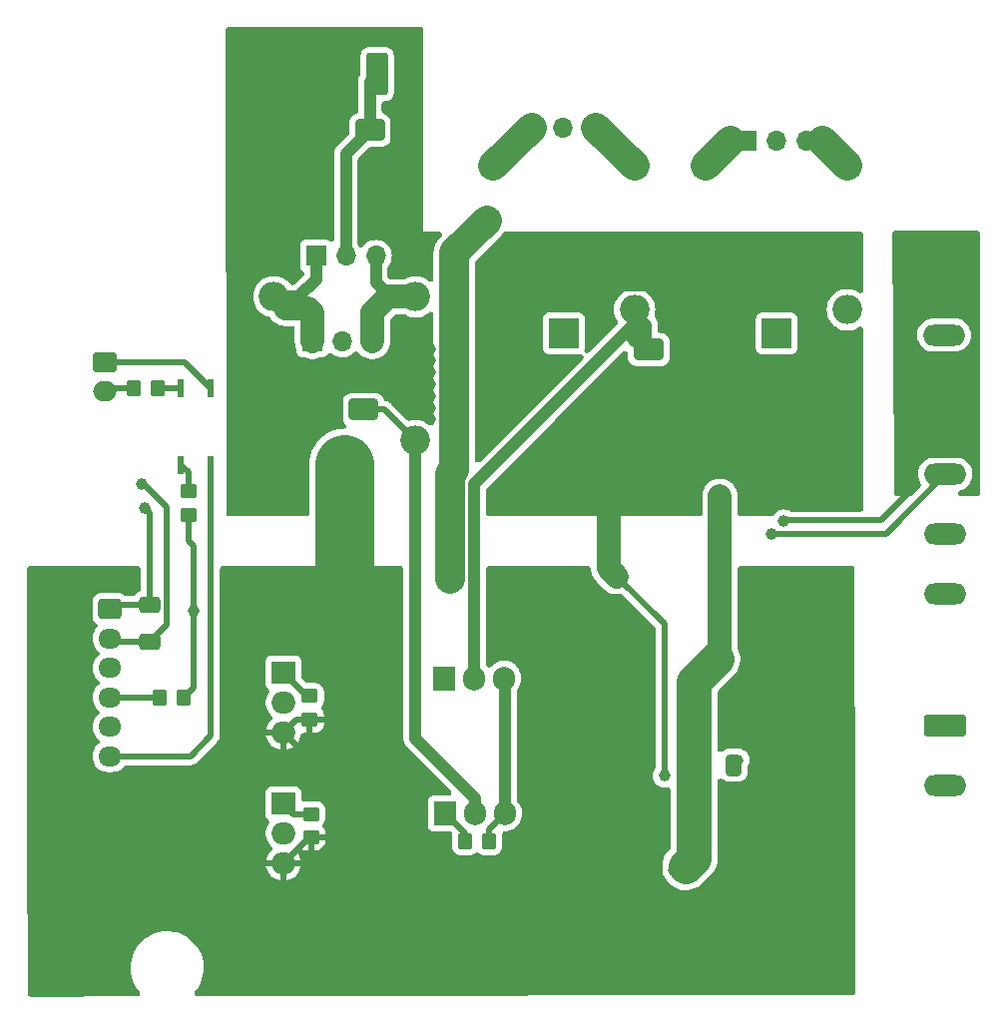
<source format=gbr>
%TF.GenerationSoftware,KiCad,Pcbnew,7.0.9*%
%TF.CreationDate,2024-02-18T20:42:30+05:30*%
%TF.ProjectId,Chg_Dschg Controller,4368675f-4473-4636-9867-20436f6e7472,rev?*%
%TF.SameCoordinates,Original*%
%TF.FileFunction,Copper,L2,Bot*%
%TF.FilePolarity,Positive*%
%FSLAX46Y46*%
G04 Gerber Fmt 4.6, Leading zero omitted, Abs format (unit mm)*
G04 Created by KiCad (PCBNEW 7.0.9) date 2024-02-18 20:42:30*
%MOMM*%
%LPD*%
G01*
G04 APERTURE LIST*
G04 Aperture macros list*
%AMRoundRect*
0 Rectangle with rounded corners*
0 $1 Rounding radius*
0 $2 $3 $4 $5 $6 $7 $8 $9 X,Y pos of 4 corners*
0 Add a 4 corners polygon primitive as box body*
4,1,4,$2,$3,$4,$5,$6,$7,$8,$9,$2,$3,0*
0 Add four circle primitives for the rounded corners*
1,1,$1+$1,$2,$3*
1,1,$1+$1,$4,$5*
1,1,$1+$1,$6,$7*
1,1,$1+$1,$8,$9*
0 Add four rect primitives between the rounded corners*
20,1,$1+$1,$2,$3,$4,$5,0*
20,1,$1+$1,$4,$5,$6,$7,0*
20,1,$1+$1,$6,$7,$8,$9,0*
20,1,$1+$1,$8,$9,$2,$3,0*%
G04 Aperture macros list end*
%TA.AperFunction,ComponentPad*%
%ADD10R,2.500000X2.500000*%
%TD*%
%TA.AperFunction,ComponentPad*%
%ADD11O,2.500000X2.500000*%
%TD*%
%TA.AperFunction,ComponentPad*%
%ADD12RoundRect,0.250000X-1.550000X0.650000X-1.550000X-0.650000X1.550000X-0.650000X1.550000X0.650000X0*%
%TD*%
%TA.AperFunction,ComponentPad*%
%ADD13O,3.600000X1.800000*%
%TD*%
%TA.AperFunction,ComponentPad*%
%ADD14RoundRect,0.250000X-0.750000X0.600000X-0.750000X-0.600000X0.750000X-0.600000X0.750000X0.600000X0*%
%TD*%
%TA.AperFunction,ComponentPad*%
%ADD15O,2.000000X1.700000*%
%TD*%
%TA.AperFunction,ComponentPad*%
%ADD16R,1.905000X2.000000*%
%TD*%
%TA.AperFunction,ComponentPad*%
%ADD17O,1.905000X2.000000*%
%TD*%
%TA.AperFunction,ComponentPad*%
%ADD18RoundRect,0.250000X0.650000X1.550000X-0.650000X1.550000X-0.650000X-1.550000X0.650000X-1.550000X0*%
%TD*%
%TA.AperFunction,ComponentPad*%
%ADD19O,1.800000X3.600000*%
%TD*%
%TA.AperFunction,ComponentPad*%
%ADD20R,2.000000X1.905000*%
%TD*%
%TA.AperFunction,ComponentPad*%
%ADD21O,2.000000X1.905000*%
%TD*%
%TA.AperFunction,ComponentPad*%
%ADD22RoundRect,0.250000X-0.725000X0.600000X-0.725000X-0.600000X0.725000X-0.600000X0.725000X0.600000X0*%
%TD*%
%TA.AperFunction,ComponentPad*%
%ADD23O,1.950000X1.700000*%
%TD*%
%TA.AperFunction,SMDPad,CuDef*%
%ADD24RoundRect,0.250000X0.450000X-0.350000X0.450000X0.350000X-0.450000X0.350000X-0.450000X-0.350000X0*%
%TD*%
%TA.AperFunction,SMDPad,CuDef*%
%ADD25RoundRect,0.250000X0.650000X-0.412500X0.650000X0.412500X-0.650000X0.412500X-0.650000X-0.412500X0*%
%TD*%
%TA.AperFunction,SMDPad,CuDef*%
%ADD26RoundRect,0.250000X0.350000X0.450000X-0.350000X0.450000X-0.350000X-0.450000X0.350000X-0.450000X0*%
%TD*%
%TA.AperFunction,ComponentPad*%
%ADD27R,1.700000X1.700000*%
%TD*%
%TA.AperFunction,ComponentPad*%
%ADD28O,1.700000X1.700000*%
%TD*%
%TA.AperFunction,SMDPad,CuDef*%
%ADD29RoundRect,0.250000X-1.000000X-0.650000X1.000000X-0.650000X1.000000X0.650000X-1.000000X0.650000X0*%
%TD*%
%TA.AperFunction,SMDPad,CuDef*%
%ADD30RoundRect,0.250000X1.000000X0.650000X-1.000000X0.650000X-1.000000X-0.650000X1.000000X-0.650000X0*%
%TD*%
%TA.AperFunction,SMDPad,CuDef*%
%ADD31RoundRect,0.250000X0.412500X0.650000X-0.412500X0.650000X-0.412500X-0.650000X0.412500X-0.650000X0*%
%TD*%
%TA.AperFunction,SMDPad,CuDef*%
%ADD32RoundRect,0.137500X-0.137500X0.662500X-0.137500X-0.662500X0.137500X-0.662500X0.137500X0.662500X0*%
%TD*%
%TA.AperFunction,ViaPad*%
%ADD33C,1.000000*%
%TD*%
%TA.AperFunction,ViaPad*%
%ADD34C,2.000000*%
%TD*%
%TA.AperFunction,Conductor*%
%ADD35C,2.500000*%
%TD*%
%TA.AperFunction,Conductor*%
%ADD36C,0.500000*%
%TD*%
%TA.AperFunction,Conductor*%
%ADD37C,3.000000*%
%TD*%
%TA.AperFunction,Conductor*%
%ADD38C,2.000000*%
%TD*%
%TA.AperFunction,Conductor*%
%ADD39C,1.000000*%
%TD*%
%TA.AperFunction,Conductor*%
%ADD40C,5.000000*%
%TD*%
%TA.AperFunction,Conductor*%
%ADD41C,1.500000*%
%TD*%
G04 APERTURE END LIST*
D10*
%TO.P,K2,1*%
%TO.N,BOOSTOUT-*%
X100400000Y-53677500D03*
D11*
%TO.P,K2,2*%
%TO.N,Net-(D4-A)*%
X106400000Y-51677500D03*
%TO.P,K2,3*%
%TO.N,Net-(J8-Pin_3)*%
X106400000Y-39477500D03*
%TO.P,K2,4*%
%TO.N,Net-(J8-Pin_1)*%
X94400000Y-39477500D03*
%TO.P,K2,5*%
%TO.N,/12V*%
X94400000Y-51677500D03*
%TD*%
D12*
%TO.P,J4,1,Pin_1*%
%TO.N,Net-(J4-Pin_1)*%
X114707500Y-86927500D03*
D13*
%TO.P,J4,2,Pin_2*%
%TO.N,Net-(J4-Pin_2)*%
X114707500Y-92007500D03*
%TD*%
D12*
%TO.P,J3,1,Pin_1*%
%TO.N,BOOSTIN-*%
X114607500Y-48727500D03*
D13*
%TO.P,J3,2,Pin_2*%
%TO.N,BOOSTIN+*%
X114607500Y-53807500D03*
%TD*%
D14*
%TO.P,J2,1,Pin_1*%
%TO.N,Net-(J2-Pin_1)*%
X43400000Y-56100000D03*
D15*
%TO.P,J2,2,Pin_2*%
%TO.N,Net-(J2-Pin_2)*%
X43400000Y-58600000D03*
%TD*%
D12*
%TO.P,J10,1,Pin_1*%
%TO.N,BOOSTIN-*%
X114700000Y-60550000D03*
D13*
%TO.P,J10,2,Pin_2*%
%TO.N,BOOSTIN+*%
X114700000Y-65630000D03*
%TO.P,J10,3,Pin_3*%
%TO.N,BOOSTOUT-*%
X114700000Y-70710000D03*
%TO.P,J10,4,Pin_4*%
%TO.N,BOOSTOUT+*%
X114700000Y-75790000D03*
%TD*%
D16*
%TO.P,Q2,1,G*%
%TO.N,Net-(D6-K)*%
X72210000Y-82945000D03*
D17*
%TO.P,Q2,2,D*%
%TO.N,Net-(D4-A)*%
X74750000Y-82945000D03*
%TO.P,Q2,3,S*%
%TO.N,Net-(D2-A)*%
X77290000Y-82945000D03*
%TD*%
D10*
%TO.P,K1,1*%
%TO.N,-BATT*%
X63750000Y-64777500D03*
D11*
%TO.P,K1,2*%
%TO.N,Net-(D3-A)*%
X69750000Y-62777500D03*
%TO.P,K1,3*%
%TO.N,/NOR1*%
X69750000Y-50577500D03*
%TO.P,K1,4*%
%TO.N,/NCR1*%
X57750000Y-50577500D03*
%TO.P,K1,5*%
%TO.N,/12V*%
X57750000Y-62777500D03*
%TD*%
D18*
%TO.P,J5,1,Pin_1*%
%TO.N,Net-(D1-A)*%
X66522500Y-31692500D03*
D19*
%TO.P,J5,2,Pin_2*%
%TO.N,/12V*%
X61442500Y-31692500D03*
%TD*%
D20*
%TO.P,Q1,1,G*%
%TO.N,Net-(D10-K)*%
X58555000Y-93560000D03*
D21*
%TO.P,Q1,2,D*%
%TO.N,Net-(D2-A)*%
X58555000Y-96100000D03*
%TO.P,Q1,3,S*%
%TO.N,-BATT*%
X58555000Y-98640000D03*
%TD*%
D20*
%TO.P,Q5,1,G*%
%TO.N,Net-(D11-K)*%
X58555000Y-82460000D03*
D21*
%TO.P,Q5,2,D*%
%TO.N,Net-(D2-A)*%
X58555000Y-85000000D03*
%TO.P,Q5,3,S*%
%TO.N,-BATT*%
X58555000Y-87540000D03*
%TD*%
D16*
%TO.P,Q3,1,G*%
%TO.N,Net-(D5-K)*%
X72260000Y-94395000D03*
D17*
%TO.P,Q3,2,D*%
%TO.N,Net-(D3-A)*%
X74800000Y-94395000D03*
%TO.P,Q3,3,S*%
%TO.N,Net-(D2-A)*%
X77340000Y-94395000D03*
%TD*%
D22*
%TO.P,J1,1,Pin_1*%
%TO.N,BOOSTIN-*%
X43839000Y-77052000D03*
D23*
%TO.P,J1,2,Pin_2*%
%TO.N,/5V*%
X43839000Y-79552000D03*
%TO.P,J1,3,Pin_3*%
%TO.N,Net-(D11-K)*%
X43839000Y-82052000D03*
%TO.P,J1,4,Pin_4*%
%TO.N,Net-(J1-Pin_4)*%
X43839000Y-84552000D03*
%TO.P,J1,5,Pin_5*%
%TO.N,Net-(D10-K)*%
X43839000Y-87052000D03*
%TO.P,J1,6,Pin_6*%
%TO.N,Net-(J1-Pin_6)*%
X43839000Y-89552000D03*
%TD*%
D10*
%TO.P,K3,1*%
%TO.N,BOOSTOUT+*%
X82350000Y-53677500D03*
D11*
%TO.P,K3,2*%
%TO.N,Net-(D4-A)*%
X88350000Y-51677500D03*
%TO.P,K3,3*%
%TO.N,Net-(J9-Pin_3)*%
X88350000Y-39477500D03*
%TO.P,K3,4*%
%TO.N,Net-(J9-Pin_1)*%
X76350000Y-39477500D03*
%TO.P,K3,5*%
%TO.N,/12V*%
X76350000Y-51677500D03*
%TD*%
D24*
%TO.P,R7,1*%
%TO.N,-BATT*%
X60900000Y-96450000D03*
%TO.P,R7,2*%
%TO.N,Net-(D10-K)*%
X60900000Y-94450000D03*
%TD*%
D25*
%TO.P,C4,1*%
%TO.N,/5V*%
X47200000Y-79862500D03*
%TO.P,C4,2*%
%TO.N,BOOSTIN-*%
X47200000Y-76737500D03*
%TD*%
D26*
%TO.P,R5,1*%
%TO.N,Net-(D2-A)*%
X76000000Y-96750000D03*
%TO.P,R5,2*%
%TO.N,Net-(D5-K)*%
X74000000Y-96750000D03*
%TD*%
D24*
%TO.P,R8,1*%
%TO.N,+BATT*%
X50500000Y-69050000D03*
%TO.P,R8,2*%
%TO.N,Net-(R8-Pad2)*%
X50500000Y-67050000D03*
%TD*%
D27*
%TO.P,J6,1,Pin_1*%
%TO.N,/NCR1*%
X61325000Y-47100000D03*
D28*
%TO.P,J6,2,Pin_2*%
%TO.N,Net-(D1-A)*%
X63865000Y-47100000D03*
%TO.P,J6,3,Pin_3*%
%TO.N,/NOR1*%
X66405000Y-47100000D03*
%TD*%
D29*
%TO.P,D1,1,K*%
%TO.N,/12V*%
X61900000Y-36435000D03*
%TO.P,D1,2,A*%
%TO.N,Net-(D1-A)*%
X65900000Y-36435000D03*
%TD*%
D27*
%TO.P,J7,1,Pin_1*%
%TO.N,/NCR1*%
X61025000Y-54350000D03*
D28*
%TO.P,J7,2,Pin_2*%
%TO.N,Net-(J7-Pin_2)*%
X63565000Y-54350000D03*
%TO.P,J7,3,Pin_3*%
%TO.N,/NOR1*%
X66105000Y-54350000D03*
%TD*%
D27*
%TO.P,J8,1,Pin_1*%
%TO.N,Net-(J8-Pin_1)*%
X97825000Y-37350000D03*
D28*
%TO.P,J8,2,Pin_2*%
%TO.N,Net-(J7-Pin_2)*%
X100365000Y-37350000D03*
%TO.P,J8,3,Pin_3*%
%TO.N,Net-(J8-Pin_3)*%
X102905000Y-37350000D03*
%TD*%
D30*
%TO.P,D4,1,K*%
%TO.N,/12V*%
X93550000Y-55050000D03*
%TO.P,D4,2,A*%
%TO.N,Net-(D4-A)*%
X89550000Y-55050000D03*
%TD*%
D24*
%TO.P,R2,1*%
%TO.N,-BATT*%
X60800000Y-86450000D03*
%TO.P,R2,2*%
%TO.N,Net-(D11-K)*%
X60800000Y-84450000D03*
%TD*%
D29*
%TO.P,D3,1,K*%
%TO.N,/12V*%
X61350000Y-60150000D03*
%TO.P,D3,2,A*%
%TO.N,Net-(D3-A)*%
X65350000Y-60150000D03*
%TD*%
D31*
%TO.P,C5,1*%
%TO.N,+BATT*%
X96762500Y-90300000D03*
%TO.P,C5,2*%
%TO.N,Net-(D2-A)*%
X93637500Y-90300000D03*
%TD*%
D26*
%TO.P,R3,1*%
%TO.N,+BATT*%
X50100000Y-84550000D03*
%TO.P,R3,2*%
%TO.N,Net-(J1-Pin_4)*%
X48100000Y-84550000D03*
%TD*%
D32*
%TO.P,U1,1*%
%TO.N,Net-(R1-Pad1)*%
X49880000Y-58350000D03*
%TO.P,U1,3*%
%TO.N,Net-(J2-Pin_1)*%
X52420000Y-58350000D03*
%TO.P,U1,4*%
%TO.N,Net-(J1-Pin_6)*%
X52420000Y-64850000D03*
%TO.P,U1,6*%
%TO.N,Net-(R8-Pad2)*%
X49880000Y-64850000D03*
%TD*%
D27*
%TO.P,J9,1,Pin_1*%
%TO.N,Net-(J9-Pin_1)*%
X79750000Y-36200000D03*
D28*
%TO.P,J9,2,Pin_2*%
%TO.N,+BATT*%
X82290000Y-36200000D03*
%TO.P,J9,3,Pin_3*%
%TO.N,Net-(J9-Pin_3)*%
X84830000Y-36200000D03*
%TD*%
D26*
%TO.P,R1,1*%
%TO.N,Net-(R1-Pad1)*%
X47900000Y-58350000D03*
%TO.P,R1,2*%
%TO.N,Net-(J2-Pin_2)*%
X45900000Y-58350000D03*
%TD*%
D33*
%TO.N,+BATT*%
X72700000Y-74500000D03*
%TO.N,BOOSTIN+*%
X100000000Y-70662500D03*
%TO.N,BOOSTIN-*%
X101000000Y-69613000D03*
%TO.N,+BATT*%
X97100000Y-89900000D03*
X50950000Y-77250000D03*
X75800000Y-44100000D03*
%TO.N,Net-(D2-A)*%
X95700000Y-80350000D03*
X93400000Y-98000000D03*
X92400000Y-97800000D03*
X92700000Y-98900000D03*
X94400000Y-98200000D03*
X91700000Y-99200000D03*
X93800000Y-99100000D03*
X95600000Y-67500000D03*
X92500000Y-99900000D03*
%TO.N,/12V*%
X71000000Y-57000000D03*
X86150000Y-67800000D03*
X75500000Y-61000000D03*
X71000000Y-55000000D03*
X75500000Y-56000000D03*
X75500000Y-57000000D03*
X75500000Y-59000000D03*
X75500000Y-55000000D03*
X71000000Y-58000000D03*
X71000000Y-61000000D03*
X75500000Y-60000000D03*
X90900000Y-91200000D03*
X71000000Y-56000000D03*
X71000000Y-60000000D03*
X71000000Y-59000000D03*
X86850000Y-74300000D03*
X75500000Y-58000000D03*
%TO.N,BOOSTIN-*%
X46800000Y-68500000D03*
%TO.N,/5V*%
X46546648Y-66488000D03*
D34*
%TO.N,-BATT*%
X104100000Y-87000000D03*
%TD*%
D35*
%TO.N,+BATT*%
X73050000Y-65250862D02*
X72700000Y-65600862D01*
X73050000Y-46850000D02*
X73050000Y-65250862D01*
X72700000Y-65600862D02*
X72700000Y-74500000D01*
X75800000Y-44100000D02*
X73050000Y-46850000D01*
D36*
%TO.N,BOOSTIN-*%
X111725000Y-67075000D02*
X111725000Y-63525000D01*
X101063000Y-69550000D02*
X109250000Y-69550000D01*
X101000000Y-69613000D02*
X101063000Y-69550000D01*
X109250000Y-69550000D02*
X111725000Y-67075000D01*
X111725000Y-63525000D02*
X114700000Y-60550000D01*
%TO.N,BOOSTIN+*%
X100000000Y-70662500D02*
X109667500Y-70662500D01*
X109667500Y-70662500D02*
X114700000Y-65630000D01*
%TO.N,+BATT*%
X50100000Y-84550000D02*
X50950000Y-83700000D01*
X50950000Y-77250000D02*
X50950000Y-79850000D01*
X50500000Y-71300000D02*
X50950000Y-71750000D01*
X50950000Y-83700000D02*
X50950000Y-83500000D01*
X50950000Y-71750000D02*
X50950000Y-77250000D01*
X50500000Y-69050000D02*
X50500000Y-71300000D01*
X50950000Y-83500000D02*
X50950000Y-79850000D01*
D37*
%TO.N,Net-(D2-A)*%
X93400000Y-88200000D02*
X93400000Y-98000000D01*
X93400000Y-88200000D02*
X93400000Y-83200000D01*
X93400000Y-98000000D02*
X93400000Y-98200000D01*
D36*
X76000000Y-96750000D02*
X76000000Y-95735000D01*
X95600000Y-80250000D02*
X95700000Y-80350000D01*
X76000000Y-95735000D02*
X77340000Y-94395000D01*
D38*
X95600000Y-67500000D02*
X95600000Y-80250000D01*
D39*
X77340000Y-94395000D02*
X77340000Y-82995000D01*
D36*
X77340000Y-82995000D02*
X77290000Y-82945000D01*
D37*
X93400000Y-98200000D02*
X92700000Y-98900000D01*
X93400000Y-83200000D02*
X95300000Y-81300000D01*
D36*
%TO.N,/12V*%
X92600000Y-49877500D02*
X78150000Y-49877500D01*
X61350000Y-60150000D02*
X60377500Y-60150000D01*
X94400000Y-51677500D02*
X92600000Y-49877500D01*
X90900000Y-78350000D02*
X86850000Y-74300000D01*
X78150000Y-49877500D02*
X76350000Y-51677500D01*
D38*
X86150000Y-73600000D02*
X86850000Y-74300000D01*
D36*
X93550000Y-52527500D02*
X94400000Y-51677500D01*
X61900000Y-36435000D02*
X61900000Y-32150000D01*
X90900000Y-91200000D02*
X90900000Y-78350000D01*
X93550000Y-55050000D02*
X93550000Y-52527500D01*
X60377500Y-60150000D02*
X57750000Y-62777500D01*
X61900000Y-32150000D02*
X61442500Y-31692500D01*
D38*
X86150000Y-67800000D02*
X86150000Y-73600000D01*
D36*
%TO.N,BOOSTIN-*%
X47200000Y-68900000D02*
X46800000Y-68500000D01*
X44153500Y-76737500D02*
X43839000Y-77052000D01*
X47200000Y-76737500D02*
X47200000Y-68900000D01*
X47200000Y-76737500D02*
X44153500Y-76737500D01*
%TO.N,/5V*%
X48650000Y-68430000D02*
X48650000Y-78412500D01*
X47200000Y-79862500D02*
X44149500Y-79862500D01*
X48650000Y-78412500D02*
X47200000Y-79862500D01*
X46546648Y-66488000D02*
X46708000Y-66488000D01*
X44149500Y-79862500D02*
X43839000Y-79552000D01*
X46708000Y-66488000D02*
X48650000Y-68430000D01*
D39*
%TO.N,Net-(D1-A)*%
X63865000Y-38470000D02*
X65900000Y-36435000D01*
X65900000Y-36435000D02*
X65900000Y-32315000D01*
D36*
X65900000Y-32315000D02*
X66522500Y-31692500D01*
D39*
X63865000Y-47100000D02*
X63865000Y-38470000D01*
%TO.N,Net-(D3-A)*%
X74800000Y-93100000D02*
X74800000Y-94395000D01*
X69750000Y-62777500D02*
X69750000Y-88050000D01*
X69750000Y-88050000D02*
X74800000Y-93100000D01*
D36*
X65350000Y-60150000D02*
X67122500Y-60150000D01*
X67122500Y-60150000D02*
X69750000Y-62777500D01*
D39*
%TO.N,Net-(D4-A)*%
X74750000Y-66450000D02*
X87450000Y-53750000D01*
D36*
X88350000Y-53750000D02*
X88350000Y-52850000D01*
X89550000Y-55050000D02*
X88750000Y-55050000D01*
X89300000Y-52627500D02*
X88350000Y-51677500D01*
X89550000Y-55050000D02*
X89550000Y-53500000D01*
X89300000Y-53500000D02*
X89100000Y-53500000D01*
X88377500Y-52877500D02*
X88350000Y-52850000D01*
X88050000Y-53550000D02*
X87650000Y-53550000D01*
X88100000Y-54400000D02*
X87900000Y-54200000D01*
X89400000Y-53900000D02*
X89550000Y-54050000D01*
X88350000Y-54150000D02*
X88350000Y-53750000D01*
D39*
X87950000Y-53250000D02*
X88350000Y-52850000D01*
D36*
X89300000Y-53500000D02*
X89300000Y-52627500D01*
X89550000Y-53500000D02*
X89550000Y-52877500D01*
D39*
X87450000Y-53750000D02*
X87650000Y-53550000D01*
D36*
X89000000Y-53500000D02*
X88350000Y-52850000D01*
X88900000Y-54400000D02*
X88900000Y-53900000D01*
X88900000Y-53400000D02*
X88350000Y-52850000D01*
X87900000Y-54200000D02*
X88350000Y-53750000D01*
X87900000Y-54200000D02*
X87450000Y-53750000D01*
X89550000Y-55050000D02*
X88900000Y-54400000D01*
X88900000Y-53600000D02*
X88900000Y-53400000D01*
X87950000Y-53250000D02*
X88550000Y-53250000D01*
X89550000Y-54050000D02*
X88900000Y-53400000D01*
X88900000Y-53900000D02*
X88900000Y-53600000D01*
X88350000Y-54150000D02*
X88900000Y-53600000D01*
X89550000Y-53500000D02*
X89300000Y-53500000D01*
X89550000Y-55050000D02*
X88050000Y-53550000D01*
X88350000Y-52850000D02*
X88350000Y-51677500D01*
D39*
X87650000Y-53550000D02*
X87950000Y-53250000D01*
D36*
X89100000Y-53500000D02*
X89000000Y-53500000D01*
X89550000Y-55050000D02*
X89550000Y-54050000D01*
X89000000Y-52877500D02*
X89000000Y-53400000D01*
X89550000Y-55050000D02*
X87950000Y-53450000D01*
X89550000Y-52877500D02*
X89000000Y-52877500D01*
X88100000Y-54400000D02*
X88350000Y-54150000D01*
X88900000Y-53900000D02*
X89400000Y-53900000D01*
X88550000Y-53250000D02*
X88900000Y-53600000D01*
D39*
X74750000Y-82945000D02*
X74750000Y-66450000D01*
D36*
X89550000Y-52877500D02*
X88350000Y-51677500D01*
X87950000Y-53450000D02*
X87950000Y-53250000D01*
X89000000Y-52877500D02*
X88377500Y-52877500D01*
X88750000Y-55050000D02*
X88100000Y-54400000D01*
X89000000Y-53400000D02*
X89100000Y-53500000D01*
%TO.N,Net-(D5-K)*%
X74000000Y-96750000D02*
X74000000Y-96135000D01*
X74000000Y-96135000D02*
X72260000Y-94395000D01*
%TO.N,Net-(D11-K)*%
X60545000Y-84450000D02*
X58555000Y-82460000D01*
X60800000Y-84450000D02*
X60545000Y-84450000D01*
%TO.N,-BATT*%
X60800000Y-86450000D02*
X59645000Y-86450000D01*
X60745000Y-96450000D02*
X58555000Y-98640000D01*
X63750000Y-74200000D02*
X63550000Y-74400000D01*
X62550000Y-96950000D02*
X62550000Y-96000000D01*
D40*
X63750000Y-64777500D02*
X63750000Y-74200000D01*
D36*
X62550000Y-91535000D02*
X58555000Y-87540000D01*
X58555000Y-98640000D02*
X60860000Y-98640000D01*
X60860000Y-98640000D02*
X62550000Y-96950000D01*
X59645000Y-86450000D02*
X58555000Y-87540000D01*
X60900000Y-96450000D02*
X60745000Y-96450000D01*
X62550000Y-96000000D02*
X62550000Y-91535000D01*
%TO.N,Net-(J1-Pin_4)*%
X48100000Y-84550000D02*
X43841000Y-84550000D01*
X43841000Y-84550000D02*
X43839000Y-84552000D01*
%TO.N,Net-(J1-Pin_6)*%
X52420000Y-64850000D02*
X52420000Y-87780000D01*
X52420000Y-87780000D02*
X50648000Y-89552000D01*
X50648000Y-89552000D02*
X43839000Y-89552000D01*
%TO.N,Net-(J2-Pin_1)*%
X52420000Y-58350000D02*
X50170000Y-56100000D01*
X50170000Y-56100000D02*
X43400000Y-56100000D01*
%TO.N,Net-(J2-Pin_2)*%
X43650000Y-58350000D02*
X43400000Y-58600000D01*
X45900000Y-58350000D02*
X43650000Y-58350000D01*
D39*
%TO.N,/NCR1*%
X61325000Y-49075000D02*
X61325000Y-47100000D01*
X58661250Y-51488750D02*
X57750000Y-50577500D01*
D36*
X61350000Y-49100000D02*
X61325000Y-49075000D01*
D38*
X61025000Y-51925000D02*
X61025000Y-54350000D01*
X58722500Y-51550000D02*
X60650000Y-51550000D01*
D39*
X59872500Y-50577500D02*
X61350000Y-49100000D01*
X57750000Y-50577500D02*
X59872500Y-50577500D01*
D36*
X61025000Y-54350000D02*
X61025000Y-53852500D01*
D39*
X58661250Y-51488750D02*
X58722500Y-51550000D01*
X60650000Y-51550000D02*
X61025000Y-51925000D01*
%TO.N,/NOR1*%
X66405000Y-47100000D02*
X66405000Y-49355000D01*
D38*
X67422500Y-50577500D02*
X69750000Y-50577500D01*
D39*
X66405000Y-49355000D02*
X67627500Y-50577500D01*
D36*
X67627500Y-50577500D02*
X69750000Y-50577500D01*
D38*
X66105000Y-54350000D02*
X66105000Y-51895000D01*
X66105000Y-51895000D02*
X67422500Y-50577500D01*
D36*
X69750000Y-50705000D02*
X69750000Y-50577500D01*
D41*
%TO.N,Net-(J8-Pin_1)*%
X97825000Y-37350000D02*
X96527500Y-37350000D01*
D35*
X96527500Y-37350000D02*
X94400000Y-39477500D01*
%TO.N,Net-(J8-Pin_3)*%
X104272500Y-37350000D02*
X106400000Y-39477500D01*
D41*
X102905000Y-37350000D02*
X104272500Y-37350000D01*
D35*
%TO.N,Net-(J9-Pin_1)*%
X79627500Y-36200000D02*
X76350000Y-39477500D01*
D36*
X79750000Y-36200000D02*
X79627500Y-36200000D01*
%TO.N,Net-(J9-Pin_3)*%
X84830000Y-36200000D02*
X85072500Y-36200000D01*
D35*
X85072500Y-36200000D02*
X88350000Y-39477500D01*
D36*
%TO.N,BOOSTOUT+*%
X114700000Y-75790000D02*
X113790000Y-75790000D01*
%TO.N,Net-(R1-Pad1)*%
X47900000Y-58350000D02*
X49880000Y-58350000D01*
%TO.N,Net-(R8-Pad2)*%
X50500000Y-67050000D02*
X50500000Y-65470000D01*
X50500000Y-65470000D02*
X49880000Y-64850000D01*
%TO.N,Net-(D10-K)*%
X44187000Y-87400000D02*
X43839000Y-87052000D01*
X60900000Y-94450000D02*
X59445000Y-94450000D01*
X59445000Y-94450000D02*
X58555000Y-93560000D01*
%TD*%
%TA.AperFunction,Conductor*%
%TO.N,/12V*%
G36*
X70295569Y-27718954D02*
G01*
X70376351Y-27772930D01*
X70430327Y-27853712D01*
X70449281Y-27949000D01*
X70449280Y-27949718D01*
X70399999Y-45049999D01*
X70400000Y-45050000D01*
X71773279Y-45050000D01*
X71868567Y-45068954D01*
X71949349Y-45122930D01*
X72003325Y-45203712D01*
X72022279Y-45299000D01*
X72003325Y-45394288D01*
X71949350Y-45475067D01*
X71835348Y-45589070D01*
X71763194Y-45656019D01*
X71763194Y-45656020D01*
X71701821Y-45732979D01*
X71637599Y-45807606D01*
X71623828Y-45829521D01*
X71615750Y-45840906D01*
X71599616Y-45861138D01*
X71599613Y-45861143D01*
X71550392Y-45946397D01*
X71498020Y-46029747D01*
X71498013Y-46029761D01*
X71487666Y-46053475D01*
X71481372Y-46065941D01*
X71468437Y-46088345D01*
X71432464Y-46180000D01*
X71393098Y-46270229D01*
X71386398Y-46295232D01*
X71382034Y-46308492D01*
X71372582Y-46332577D01*
X71372579Y-46332584D01*
X71350671Y-46428568D01*
X71325195Y-46523645D01*
X71325194Y-46523652D01*
X71322297Y-46549364D01*
X71319957Y-46563133D01*
X71314199Y-46588358D01*
X71314197Y-46588374D01*
X71306841Y-46686539D01*
X71295819Y-46784356D01*
X71299500Y-46882731D01*
X71299500Y-49056550D01*
X71280546Y-49151838D01*
X71226570Y-49232620D01*
X71145788Y-49286596D01*
X71050500Y-49305550D01*
X70955212Y-49286596D01*
X70881139Y-49239082D01*
X70844476Y-49205064D01*
X70627707Y-49057273D01*
X70627702Y-49057271D01*
X70391331Y-48943440D01*
X70391326Y-48943438D01*
X70391323Y-48943437D01*
X70140615Y-48866104D01*
X69881182Y-48827000D01*
X69618818Y-48827000D01*
X69411271Y-48858283D01*
X69359384Y-48866104D01*
X69214107Y-48910916D01*
X69108677Y-48943437D01*
X69108675Y-48943437D01*
X69108668Y-48943440D01*
X68882535Y-49052341D01*
X68788460Y-49076608D01*
X68774498Y-49077000D01*
X67654500Y-49077000D01*
X67559212Y-49058046D01*
X67478430Y-49004070D01*
X67424454Y-48923288D01*
X67405500Y-48828000D01*
X67405500Y-48104172D01*
X67424454Y-48008884D01*
X67450527Y-47961358D01*
X67579035Y-47777830D01*
X67678903Y-47563663D01*
X67740063Y-47335408D01*
X67760659Y-47100000D01*
X67760659Y-47099994D01*
X67740064Y-46864598D01*
X67740063Y-46864595D01*
X67740063Y-46864592D01*
X67678903Y-46636337D01*
X67626356Y-46523650D01*
X67579038Y-46422177D01*
X67579034Y-46422169D01*
X67494876Y-46301979D01*
X67443495Y-46228599D01*
X67276401Y-46061505D01*
X67231054Y-46029753D01*
X67082830Y-45925965D01*
X67011090Y-45892512D01*
X66868663Y-45826097D01*
X66868660Y-45826096D01*
X66640401Y-45764935D01*
X66405005Y-45744341D01*
X66404995Y-45744341D01*
X66169598Y-45764935D01*
X65941335Y-45826097D01*
X65941333Y-45826098D01*
X65727177Y-45925961D01*
X65727169Y-45925965D01*
X65533600Y-46061504D01*
X65366501Y-46228603D01*
X65338968Y-46267925D01*
X65268787Y-46335109D01*
X65178237Y-46370321D01*
X65081106Y-46368201D01*
X64992179Y-46329072D01*
X64931031Y-46267925D01*
X64910531Y-46238648D01*
X64871402Y-46149721D01*
X64865500Y-46095827D01*
X64865500Y-38987560D01*
X64884454Y-38892272D01*
X64938428Y-38811492D01*
X65841491Y-37908428D01*
X65922273Y-37854453D01*
X66017561Y-37835499D01*
X66950006Y-37835499D01*
X66950008Y-37835499D01*
X67052797Y-37824999D01*
X67219334Y-37769814D01*
X67368656Y-37677712D01*
X67492712Y-37553656D01*
X67584814Y-37404334D01*
X67639999Y-37237797D01*
X67650500Y-37135009D01*
X67650499Y-35734992D01*
X67639999Y-35632203D01*
X67584814Y-35465666D01*
X67492712Y-35316344D01*
X67368656Y-35192288D01*
X67219334Y-35100186D01*
X67219333Y-35100185D01*
X67219332Y-35100185D01*
X67071177Y-35051091D01*
X66986688Y-35003126D01*
X66926985Y-34926480D01*
X66901158Y-34832821D01*
X66900500Y-34814730D01*
X66900500Y-34241999D01*
X66919454Y-34146711D01*
X66973430Y-34065929D01*
X67054212Y-34011953D01*
X67149500Y-33992999D01*
X67222506Y-33992999D01*
X67222508Y-33992999D01*
X67325297Y-33982499D01*
X67491834Y-33927314D01*
X67641156Y-33835212D01*
X67765212Y-33711156D01*
X67857314Y-33561834D01*
X67912499Y-33395297D01*
X67923000Y-33292509D01*
X67922999Y-30092492D01*
X67912499Y-29989703D01*
X67857314Y-29823166D01*
X67765212Y-29673844D01*
X67641156Y-29549788D01*
X67491834Y-29457686D01*
X67491832Y-29457685D01*
X67491830Y-29457684D01*
X67491832Y-29457684D01*
X67325302Y-29402502D01*
X67325298Y-29402501D01*
X67325297Y-29402501D01*
X67222509Y-29392000D01*
X67222505Y-29392000D01*
X65822493Y-29392000D01*
X65719699Y-29402501D01*
X65553167Y-29457685D01*
X65403846Y-29549786D01*
X65279786Y-29673846D01*
X65187684Y-29823168D01*
X65132502Y-29989697D01*
X65132501Y-29989704D01*
X65122000Y-30092488D01*
X65122000Y-31603291D01*
X65103046Y-31698579D01*
X65077371Y-31745535D01*
X65020707Y-31826947D01*
X64940460Y-32013942D01*
X64899500Y-32213259D01*
X64899500Y-34814730D01*
X64880546Y-34910018D01*
X64826570Y-34990800D01*
X64745788Y-35044776D01*
X64728823Y-35051091D01*
X64580667Y-35100185D01*
X64431346Y-35192286D01*
X64307286Y-35316346D01*
X64215184Y-35465668D01*
X64160002Y-35632197D01*
X64160001Y-35632204D01*
X64149500Y-35734988D01*
X64149500Y-36667439D01*
X64130546Y-36762727D01*
X64076570Y-36843508D01*
X63166532Y-37753547D01*
X63101945Y-37814942D01*
X63068259Y-37863340D01*
X63062563Y-37870894D01*
X63025305Y-37916587D01*
X63025299Y-37916597D01*
X63011229Y-37943531D01*
X63003059Y-37957015D01*
X62985708Y-37981946D01*
X62985702Y-37981956D01*
X62962450Y-38036138D01*
X62958393Y-38044682D01*
X62931091Y-38096949D01*
X62931091Y-38096950D01*
X62922735Y-38126151D01*
X62917446Y-38141009D01*
X62905458Y-38168943D01*
X62905458Y-38168944D01*
X62893589Y-38226701D01*
X62891334Y-38235889D01*
X62875113Y-38292581D01*
X62875111Y-38292591D01*
X62872803Y-38322887D01*
X62870614Y-38338498D01*
X62864500Y-38368258D01*
X62864500Y-38427222D01*
X62864140Y-38436679D01*
X62859662Y-38495473D01*
X62859663Y-38495474D01*
X62859663Y-38495476D01*
X62863300Y-38524035D01*
X62863502Y-38525616D01*
X62864500Y-38541360D01*
X62864500Y-45643512D01*
X62845546Y-45738800D01*
X62791570Y-45819582D01*
X62710788Y-45873558D01*
X62615500Y-45892512D01*
X62520212Y-45873558D01*
X62466279Y-45842846D01*
X62417333Y-45806205D01*
X62417331Y-45806204D01*
X62349907Y-45781056D01*
X62282481Y-45755908D01*
X62222873Y-45749500D01*
X60427134Y-45749500D01*
X60427130Y-45749500D01*
X60427128Y-45749501D01*
X60414314Y-45750878D01*
X60367519Y-45755908D01*
X60367515Y-45755909D01*
X60232670Y-45806203D01*
X60117455Y-45892453D01*
X60117453Y-45892455D01*
X60031204Y-46007669D01*
X59980908Y-46142518D01*
X59974500Y-46202123D01*
X59974500Y-47997865D01*
X59974501Y-47997869D01*
X59980908Y-48057480D01*
X59980909Y-48057483D01*
X60031204Y-48192331D01*
X60117454Y-48307546D01*
X60206095Y-48373903D01*
X60224721Y-48387846D01*
X60289644Y-48460124D01*
X60321966Y-48551745D01*
X60324500Y-48587180D01*
X60324500Y-48607440D01*
X60305546Y-48702728D01*
X60251570Y-48783510D01*
X59531010Y-49504070D01*
X59450228Y-49558046D01*
X59354940Y-49577000D01*
X59311013Y-49577000D01*
X59215725Y-49558046D01*
X59134943Y-49504070D01*
X59116337Y-49483249D01*
X59036805Y-49383519D01*
X59036794Y-49383508D01*
X58844479Y-49205067D01*
X58627707Y-49057273D01*
X58627702Y-49057271D01*
X58391331Y-48943440D01*
X58391326Y-48943438D01*
X58391323Y-48943437D01*
X58140615Y-48866104D01*
X57881182Y-48827000D01*
X57618818Y-48827000D01*
X57411271Y-48858283D01*
X57359384Y-48866104D01*
X57214107Y-48910916D01*
X57108677Y-48943437D01*
X57108675Y-48943437D01*
X57108668Y-48943440D01*
X56872297Y-49057271D01*
X56872292Y-49057273D01*
X56655520Y-49205067D01*
X56463205Y-49383508D01*
X56463194Y-49383519D01*
X56299612Y-49588644D01*
X56168436Y-49815848D01*
X56168428Y-49815864D01*
X56072578Y-50060087D01*
X56014198Y-50315870D01*
X56014197Y-50315874D01*
X55994592Y-50577500D01*
X56014197Y-50839125D01*
X56014197Y-50839128D01*
X56014198Y-50839130D01*
X56023040Y-50877870D01*
X56072578Y-51094912D01*
X56168428Y-51339135D01*
X56168436Y-51339151D01*
X56299612Y-51566355D01*
X56463194Y-51771480D01*
X56463205Y-51771491D01*
X56630805Y-51927000D01*
X56655521Y-51949933D01*
X56721505Y-51994920D01*
X56872292Y-52097726D01*
X56872294Y-52097727D01*
X56872296Y-52097728D01*
X56951364Y-52135805D01*
X57108668Y-52211559D01*
X57108669Y-52211559D01*
X57108677Y-52211563D01*
X57332857Y-52280713D01*
X57418323Y-52326911D01*
X57455957Y-52365711D01*
X57462024Y-52373507D01*
X57462026Y-52373509D01*
X57614762Y-52569744D01*
X57614767Y-52569748D01*
X57614769Y-52569751D01*
X57797714Y-52738163D01*
X57797721Y-52738169D01*
X57874385Y-52788255D01*
X58005893Y-52874173D01*
X58233619Y-52974063D01*
X58474679Y-53035108D01*
X58474682Y-53035108D01*
X58474686Y-53035109D01*
X58660428Y-53050500D01*
X58660433Y-53050500D01*
X59275500Y-53050500D01*
X59370788Y-53069454D01*
X59451570Y-53123430D01*
X59505546Y-53204212D01*
X59524500Y-53299500D01*
X59524500Y-54412072D01*
X59539890Y-54597813D01*
X59539894Y-54597831D01*
X59600937Y-54838881D01*
X59653528Y-54958778D01*
X59674447Y-55053654D01*
X59674500Y-55058798D01*
X59674500Y-55247865D01*
X59674501Y-55247869D01*
X59680908Y-55307480D01*
X59680909Y-55307484D01*
X59725859Y-55428000D01*
X59731204Y-55442331D01*
X59817454Y-55557546D01*
X59932669Y-55643796D01*
X60067517Y-55694091D01*
X60127127Y-55700500D01*
X60304787Y-55700499D01*
X60400074Y-55719452D01*
X60414793Y-55726461D01*
X60420190Y-55728828D01*
X60655378Y-55809569D01*
X60655382Y-55809569D01*
X60655386Y-55809571D01*
X60900665Y-55850500D01*
X61149335Y-55850500D01*
X61394614Y-55809571D01*
X61394618Y-55809569D01*
X61394621Y-55809569D01*
X61481621Y-55779701D01*
X61629810Y-55728828D01*
X61629818Y-55728823D01*
X61639243Y-55724690D01*
X61639994Y-55726403D01*
X61719522Y-55701828D01*
X61745212Y-55700499D01*
X61922866Y-55700499D01*
X61922872Y-55700499D01*
X61982483Y-55694091D01*
X62117331Y-55643796D01*
X62232546Y-55557546D01*
X62318796Y-55442331D01*
X62318796Y-55442329D01*
X62329469Y-55428073D01*
X62332774Y-55430547D01*
X62373246Y-55382081D01*
X62459317Y-55337014D01*
X62556081Y-55328316D01*
X62648809Y-55357310D01*
X62689614Y-55385151D01*
X62693594Y-55388490D01*
X62693599Y-55388495D01*
X62887170Y-55524035D01*
X63101337Y-55623903D01*
X63329592Y-55685063D01*
X63329595Y-55685063D01*
X63329598Y-55685064D01*
X63564995Y-55705659D01*
X63565000Y-55705659D01*
X63565005Y-55705659D01*
X63800401Y-55685064D01*
X63800403Y-55685063D01*
X63800408Y-55685063D01*
X64028663Y-55623903D01*
X64242830Y-55524035D01*
X64436401Y-55388495D01*
X64557557Y-55267338D01*
X64638335Y-55213364D01*
X64733623Y-55194410D01*
X64828911Y-55213364D01*
X64909693Y-55267340D01*
X64916819Y-55274767D01*
X65085248Y-55457730D01*
X65085252Y-55457733D01*
X65085256Y-55457738D01*
X65085260Y-55457741D01*
X65085261Y-55457742D01*
X65281485Y-55610470D01*
X65281487Y-55610471D01*
X65281491Y-55610474D01*
X65500190Y-55728828D01*
X65536776Y-55741388D01*
X65735378Y-55809569D01*
X65735382Y-55809569D01*
X65735386Y-55809571D01*
X65980665Y-55850500D01*
X66229335Y-55850500D01*
X66474614Y-55809571D01*
X66474618Y-55809569D01*
X66474621Y-55809569D01*
X66564077Y-55778858D01*
X66709810Y-55728828D01*
X66928509Y-55610474D01*
X67124744Y-55457738D01*
X67293164Y-55274785D01*
X67298028Y-55267341D01*
X67346510Y-55193132D01*
X67429173Y-55066607D01*
X67529063Y-54838881D01*
X67590108Y-54597821D01*
X67605500Y-54412067D01*
X67605500Y-52619667D01*
X67624454Y-52524379D01*
X67678430Y-52443597D01*
X67971097Y-52150930D01*
X68051879Y-52096954D01*
X68147167Y-52078000D01*
X68774498Y-52078000D01*
X68869786Y-52096954D01*
X68882535Y-52102659D01*
X69108668Y-52211559D01*
X69108669Y-52211559D01*
X69108677Y-52211563D01*
X69359385Y-52288896D01*
X69618818Y-52328000D01*
X69618822Y-52328000D01*
X69881178Y-52328000D01*
X69881182Y-52328000D01*
X70140615Y-52288896D01*
X70391323Y-52211563D01*
X70627704Y-52097728D01*
X70844479Y-51949933D01*
X70881138Y-51915918D01*
X70963880Y-51865001D01*
X71059810Y-51849623D01*
X71154323Y-51872127D01*
X71233030Y-51929086D01*
X71283948Y-52011829D01*
X71299500Y-52098449D01*
X71299500Y-61256550D01*
X71280546Y-61351838D01*
X71226570Y-61432620D01*
X71145788Y-61486596D01*
X71050500Y-61505550D01*
X70955212Y-61486596D01*
X70881139Y-61439082D01*
X70844476Y-61405064D01*
X70627707Y-61257273D01*
X70627702Y-61257271D01*
X70391331Y-61143440D01*
X70391326Y-61143438D01*
X70391323Y-61143437D01*
X70140615Y-61066104D01*
X69881182Y-61027000D01*
X69618818Y-61027000D01*
X69489101Y-61046552D01*
X69359381Y-61066104D01*
X69359377Y-61066105D01*
X69304496Y-61083034D01*
X69207854Y-61093008D01*
X69114752Y-61065240D01*
X69055034Y-61021166D01*
X67704662Y-59670794D01*
X67681004Y-59643417D01*
X67672109Y-59631469D01*
X67672106Y-59631466D01*
X67634193Y-59599653D01*
X67626190Y-59592321D01*
X67622281Y-59588413D01*
X67622280Y-59588412D01*
X67622277Y-59588409D01*
X67596540Y-59568059D01*
X67537714Y-59518698D01*
X67537711Y-59518696D01*
X67528524Y-59512654D01*
X67519178Y-59506890D01*
X67519177Y-59506889D01*
X67449557Y-59474424D01*
X67380933Y-59439960D01*
X67380932Y-59439959D01*
X67380929Y-59439958D01*
X67370599Y-59436197D01*
X67360173Y-59432743D01*
X67284934Y-59417207D01*
X67233781Y-59405083D01*
X67145433Y-59364665D01*
X67079278Y-59293513D01*
X67054846Y-59241120D01*
X67034814Y-59180666D01*
X66942712Y-59031344D01*
X66818656Y-58907288D01*
X66669334Y-58815186D01*
X66669332Y-58815185D01*
X66669330Y-58815184D01*
X66669332Y-58815184D01*
X66502802Y-58760002D01*
X66502798Y-58760001D01*
X66502797Y-58760001D01*
X66400009Y-58749500D01*
X66400005Y-58749500D01*
X64299993Y-58749500D01*
X64197199Y-58760001D01*
X64030667Y-58815185D01*
X63881346Y-58907286D01*
X63757286Y-59031346D01*
X63665184Y-59180668D01*
X63610002Y-59347197D01*
X63610001Y-59347204D01*
X63599500Y-59449988D01*
X63599500Y-60850006D01*
X63610001Y-60952800D01*
X63653157Y-61083034D01*
X63665186Y-61119334D01*
X63757288Y-61268656D01*
X63840565Y-61351933D01*
X63894539Y-61432712D01*
X63913493Y-61528000D01*
X63894539Y-61623288D01*
X63840563Y-61704070D01*
X63759781Y-61758046D01*
X63664493Y-61777000D01*
X63575241Y-61777000D01*
X63537537Y-61781407D01*
X63228095Y-61817575D01*
X63228076Y-61817579D01*
X62887987Y-61898181D01*
X62559554Y-62017721D01*
X62559549Y-62017723D01*
X62454218Y-62070622D01*
X62247205Y-62174587D01*
X62247195Y-62174593D01*
X61955192Y-62366648D01*
X61955187Y-62366652D01*
X61687441Y-62591317D01*
X61447588Y-62845546D01*
X61238873Y-63125899D01*
X61238864Y-63125913D01*
X61064113Y-63428590D01*
X61016422Y-63539151D01*
X60925674Y-63749529D01*
X60925672Y-63749533D01*
X60925672Y-63749535D01*
X60825430Y-64084364D01*
X60764739Y-64428563D01*
X60764738Y-64428572D01*
X60749500Y-64690200D01*
X60749500Y-68951000D01*
X60730546Y-69046288D01*
X60676570Y-69127070D01*
X60595788Y-69181046D01*
X60500500Y-69200000D01*
X53948700Y-69200000D01*
X53853412Y-69181046D01*
X53772630Y-69127070D01*
X53718654Y-69046288D01*
X53699700Y-68951300D01*
X53699495Y-68780546D01*
X53650300Y-27949298D01*
X53669139Y-27853989D01*
X53723018Y-27773143D01*
X53803735Y-27719069D01*
X53899000Y-27700000D01*
X70200281Y-27700000D01*
X70295569Y-27718954D01*
G37*
%TD.AperFunction*%
%TA.AperFunction,Conductor*%
G36*
X107596288Y-45068954D02*
G01*
X107677070Y-45122930D01*
X107731046Y-45203712D01*
X107750000Y-45299000D01*
X107750000Y-50008146D01*
X107731046Y-50103434D01*
X107677070Y-50184216D01*
X107596288Y-50238192D01*
X107501000Y-50257146D01*
X107405712Y-50238192D01*
X107360734Y-50213880D01*
X107277704Y-50157272D01*
X107277702Y-50157271D01*
X107041331Y-50043440D01*
X107041326Y-50043438D01*
X107041323Y-50043437D01*
X106790615Y-49966104D01*
X106531182Y-49927000D01*
X106268818Y-49927000D01*
X106061271Y-49958283D01*
X106009384Y-49966104D01*
X105930233Y-49990519D01*
X105758677Y-50043437D01*
X105758675Y-50043437D01*
X105758668Y-50043440D01*
X105522297Y-50157271D01*
X105522292Y-50157273D01*
X105305520Y-50305067D01*
X105113205Y-50483508D01*
X105113194Y-50483519D01*
X104949612Y-50688644D01*
X104818436Y-50915848D01*
X104818428Y-50915864D01*
X104722578Y-51160087D01*
X104664198Y-51415870D01*
X104664197Y-51415874D01*
X104644592Y-51677500D01*
X104664197Y-51939125D01*
X104664198Y-51939129D01*
X104722578Y-52194912D01*
X104818428Y-52439135D01*
X104818436Y-52439151D01*
X104949612Y-52666355D01*
X105113194Y-52871480D01*
X105113205Y-52871491D01*
X105220016Y-52970596D01*
X105305521Y-53049933D01*
X105371505Y-53094920D01*
X105522292Y-53197726D01*
X105522294Y-53197727D01*
X105522296Y-53197728D01*
X105661838Y-53264928D01*
X105758668Y-53311559D01*
X105758669Y-53311559D01*
X105758677Y-53311563D01*
X106009385Y-53388896D01*
X106268818Y-53428000D01*
X106268822Y-53428000D01*
X106531178Y-53428000D01*
X106531182Y-53428000D01*
X106790615Y-53388896D01*
X107041323Y-53311563D01*
X107277704Y-53197728D01*
X107277707Y-53197726D01*
X107360733Y-53141120D01*
X107450141Y-53103102D01*
X107547291Y-53102194D01*
X107637395Y-53138532D01*
X107706733Y-53206586D01*
X107744751Y-53295994D01*
X107750000Y-53346853D01*
X107750000Y-68550500D01*
X107731046Y-68645788D01*
X107677070Y-68726570D01*
X107596288Y-68780546D01*
X107501000Y-68799500D01*
X101662836Y-68799500D01*
X101567548Y-68780546D01*
X101545458Y-68770098D01*
X101384733Y-68684188D01*
X101384725Y-68684185D01*
X101196131Y-68626975D01*
X101000000Y-68607659D01*
X100803868Y-68626975D01*
X100615274Y-68684185D01*
X100615266Y-68684188D01*
X100441463Y-68777088D01*
X100289120Y-68902114D01*
X100289114Y-68902120D01*
X100164091Y-69054459D01*
X100156650Y-69068381D01*
X100095014Y-69143482D01*
X100009331Y-69189279D01*
X99937053Y-69200000D01*
X97349500Y-69200000D01*
X97254212Y-69181046D01*
X97173430Y-69127070D01*
X97119454Y-69046288D01*
X97100500Y-68951000D01*
X97100500Y-67437928D01*
X97085109Y-67252186D01*
X97085108Y-67252182D01*
X97085108Y-67252179D01*
X97024063Y-67011119D01*
X96924173Y-66783393D01*
X96870997Y-66702001D01*
X96788169Y-66575221D01*
X96788163Y-66575214D01*
X96619751Y-66392269D01*
X96619747Y-66392265D01*
X96619744Y-66392262D01*
X96617077Y-66390186D01*
X96423514Y-66239529D01*
X96423510Y-66239526D01*
X96423509Y-66239526D01*
X96346502Y-66197852D01*
X96204811Y-66121172D01*
X95969621Y-66040430D01*
X95969610Y-66040428D01*
X95724335Y-65999500D01*
X95475665Y-65999500D01*
X95230389Y-66040428D01*
X95230378Y-66040430D01*
X94995188Y-66121172D01*
X94776485Y-66239529D01*
X94580261Y-66392257D01*
X94580248Y-66392269D01*
X94411836Y-66575214D01*
X94411830Y-66575221D01*
X94275828Y-66783391D01*
X94275825Y-66783396D01*
X94175936Y-67011121D01*
X94175935Y-67011125D01*
X94114894Y-67252168D01*
X94114890Y-67252186D01*
X94099500Y-67437928D01*
X94099500Y-68951000D01*
X94080546Y-69046288D01*
X94026570Y-69127070D01*
X93945788Y-69181046D01*
X93850500Y-69200000D01*
X75999500Y-69200000D01*
X75904212Y-69181046D01*
X75823430Y-69127070D01*
X75769454Y-69046288D01*
X75750500Y-68951000D01*
X75750500Y-66967560D01*
X75769454Y-66872272D01*
X75823430Y-66791490D01*
X81593754Y-61021166D01*
X87374433Y-55240486D01*
X87455212Y-55186513D01*
X87550500Y-55167559D01*
X87645788Y-55186513D01*
X87726570Y-55240489D01*
X87780546Y-55321271D01*
X87799500Y-55416558D01*
X87799500Y-55750006D01*
X87810001Y-55852800D01*
X87865185Y-56019331D01*
X87865186Y-56019334D01*
X87957288Y-56168656D01*
X88081344Y-56292712D01*
X88230666Y-56384814D01*
X88230669Y-56384815D01*
X88230667Y-56384815D01*
X88334840Y-56419334D01*
X88397203Y-56439999D01*
X88499991Y-56450500D01*
X90600008Y-56450499D01*
X90702797Y-56439999D01*
X90869334Y-56384814D01*
X91018656Y-56292712D01*
X91142712Y-56168656D01*
X91234814Y-56019334D01*
X91289999Y-55852797D01*
X91300500Y-55750009D01*
X91300499Y-54975368D01*
X98649500Y-54975368D01*
X98649501Y-54975372D01*
X98650874Y-54988144D01*
X98655908Y-55034980D01*
X98655909Y-55034984D01*
X98706203Y-55169829D01*
X98706204Y-55169831D01*
X98792454Y-55285046D01*
X98907669Y-55371296D01*
X99042517Y-55421591D01*
X99102127Y-55428000D01*
X101697872Y-55427999D01*
X101757483Y-55421591D01*
X101892331Y-55371296D01*
X102007546Y-55285046D01*
X102093796Y-55169831D01*
X102144091Y-55034983D01*
X102150500Y-54975373D01*
X102150499Y-52379628D01*
X102144091Y-52320017D01*
X102093796Y-52185169D01*
X102007546Y-52069954D01*
X101892331Y-51983704D01*
X101801786Y-51949933D01*
X101757481Y-51933408D01*
X101697873Y-51927000D01*
X99102134Y-51927000D01*
X99102130Y-51927000D01*
X99102128Y-51927001D01*
X99089314Y-51928378D01*
X99042519Y-51933408D01*
X99042515Y-51933409D01*
X98907670Y-51983703D01*
X98792455Y-52069953D01*
X98792453Y-52069955D01*
X98706204Y-52185169D01*
X98655908Y-52320018D01*
X98649500Y-52379623D01*
X98649500Y-54975365D01*
X98649500Y-54975368D01*
X91300499Y-54975368D01*
X91300499Y-54349992D01*
X91289999Y-54247203D01*
X91234814Y-54080666D01*
X91142712Y-53931344D01*
X91018656Y-53807288D01*
X90869334Y-53715186D01*
X90869332Y-53715185D01*
X90869330Y-53715184D01*
X90869332Y-53715184D01*
X90702802Y-53660002D01*
X90702798Y-53660001D01*
X90702797Y-53660001D01*
X90651403Y-53654750D01*
X90600011Y-53649500D01*
X90600009Y-53649500D01*
X90549500Y-53649500D01*
X90454212Y-53630546D01*
X90373430Y-53576570D01*
X90319454Y-53495788D01*
X90300500Y-53400500D01*
X90300500Y-52950311D01*
X90303129Y-52914222D01*
X90305289Y-52899477D01*
X90303989Y-52884628D01*
X90303463Y-52848463D01*
X90304331Y-52833565D01*
X90295728Y-52784782D01*
X90294312Y-52774023D01*
X90290618Y-52731797D01*
X90289998Y-52724703D01*
X90289996Y-52724699D01*
X90287771Y-52713921D01*
X90285242Y-52703251D01*
X90285241Y-52703249D01*
X90285241Y-52703245D01*
X90285145Y-52702982D01*
X90273911Y-52661051D01*
X90273865Y-52660789D01*
X90273863Y-52660785D01*
X90273863Y-52660783D01*
X90254251Y-52615319D01*
X90250392Y-52605178D01*
X90234814Y-52558165D01*
X90234811Y-52558161D01*
X90230160Y-52548185D01*
X90225238Y-52538384D01*
X90225084Y-52538150D01*
X90204484Y-52499944D01*
X90204376Y-52499694D01*
X90174810Y-52459981D01*
X90168713Y-52450999D01*
X90142712Y-52408844D01*
X90142705Y-52408837D01*
X90135897Y-52400227D01*
X90128829Y-52391803D01*
X90128626Y-52391611D01*
X90099774Y-52359191D01*
X90099610Y-52358970D01*
X90099607Y-52358968D01*
X90090946Y-52347333D01*
X90092552Y-52346136D01*
X90050949Y-52279773D01*
X90034773Y-52183974D01*
X90040909Y-52135813D01*
X90085802Y-51939130D01*
X90105408Y-51677500D01*
X90085802Y-51415870D01*
X90038446Y-51208391D01*
X90027421Y-51160087D01*
X89931571Y-50915864D01*
X89931569Y-50915861D01*
X89931568Y-50915857D01*
X89887267Y-50839125D01*
X89800387Y-50688644D01*
X89636805Y-50483519D01*
X89636794Y-50483508D01*
X89444479Y-50305067D01*
X89227707Y-50157273D01*
X89227702Y-50157271D01*
X88991331Y-50043440D01*
X88991326Y-50043438D01*
X88991323Y-50043437D01*
X88740615Y-49966104D01*
X88481182Y-49927000D01*
X88218818Y-49927000D01*
X88011271Y-49958283D01*
X87959384Y-49966104D01*
X87880233Y-49990519D01*
X87708677Y-50043437D01*
X87708675Y-50043437D01*
X87708668Y-50043440D01*
X87472297Y-50157271D01*
X87472292Y-50157273D01*
X87255520Y-50305067D01*
X87063205Y-50483508D01*
X87063194Y-50483519D01*
X86899612Y-50688644D01*
X86768436Y-50915848D01*
X86768428Y-50915864D01*
X86672578Y-51160087D01*
X86614198Y-51415870D01*
X86614197Y-51415874D01*
X86594592Y-51677500D01*
X86614197Y-51939125D01*
X86614198Y-51939129D01*
X86672578Y-52194912D01*
X86768428Y-52439135D01*
X86768436Y-52439151D01*
X86884280Y-52639798D01*
X86915510Y-52731797D01*
X86909156Y-52828744D01*
X86866185Y-52915879D01*
X86844713Y-52940365D01*
X86814484Y-52970594D01*
X86814481Y-52970598D01*
X84511164Y-55273914D01*
X84430382Y-55327890D01*
X84335094Y-55346844D01*
X84239806Y-55327890D01*
X84159024Y-55273914D01*
X84105048Y-55193132D01*
X84086094Y-55097844D01*
X84092769Y-55040578D01*
X84094088Y-55034990D01*
X84094091Y-55034983D01*
X84100500Y-54975373D01*
X84100499Y-52379628D01*
X84094091Y-52320017D01*
X84043796Y-52185169D01*
X83957546Y-52069954D01*
X83842331Y-51983704D01*
X83751786Y-51949933D01*
X83707481Y-51933408D01*
X83647873Y-51927000D01*
X81052134Y-51927000D01*
X81052130Y-51927000D01*
X81052128Y-51927001D01*
X81039314Y-51928378D01*
X80992519Y-51933408D01*
X80992515Y-51933409D01*
X80857670Y-51983703D01*
X80742455Y-52069953D01*
X80742453Y-52069955D01*
X80656204Y-52185169D01*
X80605908Y-52320018D01*
X80599500Y-52379623D01*
X80599500Y-54975365D01*
X80599500Y-54975368D01*
X80599501Y-54975372D01*
X80600874Y-54988144D01*
X80605908Y-55034980D01*
X80605909Y-55034984D01*
X80656203Y-55169829D01*
X80656204Y-55169831D01*
X80742454Y-55285046D01*
X80857669Y-55371296D01*
X80992517Y-55421591D01*
X81052127Y-55428000D01*
X83647872Y-55427999D01*
X83707483Y-55421591D01*
X83707489Y-55421588D01*
X83713070Y-55420270D01*
X83810163Y-55416797D01*
X83901194Y-55450745D01*
X83972304Y-55516945D01*
X84012668Y-55605318D01*
X84016141Y-55702411D01*
X83982193Y-55793442D01*
X83946415Y-55838663D01*
X75225570Y-64559509D01*
X75144788Y-64613485D01*
X75049500Y-64632439D01*
X74954212Y-64613485D01*
X74873430Y-64559509D01*
X74819454Y-64478727D01*
X74800500Y-64383439D01*
X74800500Y-47678219D01*
X74819454Y-47582931D01*
X74873427Y-47502152D01*
X77084101Y-45291479D01*
X77212398Y-45142397D01*
X77212397Y-45142397D01*
X77217405Y-45136579D01*
X77293927Y-45076717D01*
X77387533Y-45050696D01*
X77406139Y-45050000D01*
X107501000Y-45050000D01*
X107596288Y-45068954D01*
G37*
%TD.AperFunction*%
%TD*%
%TA.AperFunction,Conductor*%
%TO.N,-BATT*%
G36*
X46295788Y-73418954D02*
G01*
X46376570Y-73472930D01*
X46430546Y-73553712D01*
X46449500Y-73649000D01*
X46449500Y-75387867D01*
X46430546Y-75483155D01*
X46376570Y-75563937D01*
X46295788Y-75617913D01*
X46278823Y-75624228D01*
X46230667Y-75640185D01*
X46081343Y-75732288D01*
X45957292Y-75856338D01*
X45957285Y-75856347D01*
X45949656Y-75868717D01*
X45883501Y-75939869D01*
X45795152Y-75980288D01*
X45737727Y-75987000D01*
X45263507Y-75987000D01*
X45168219Y-75968046D01*
X45087440Y-75914072D01*
X45032656Y-75859288D01*
X45014726Y-75848229D01*
X44926936Y-75794080D01*
X44883334Y-75767186D01*
X44883332Y-75767185D01*
X44883330Y-75767184D01*
X44883332Y-75767184D01*
X44716802Y-75712002D01*
X44716798Y-75712001D01*
X44716797Y-75712001D01*
X44614009Y-75701500D01*
X44614005Y-75701500D01*
X43063993Y-75701500D01*
X42961199Y-75712001D01*
X42794667Y-75767185D01*
X42645346Y-75859286D01*
X42521286Y-75983346D01*
X42429184Y-76132668D01*
X42374002Y-76299197D01*
X42374001Y-76299204D01*
X42363500Y-76401988D01*
X42363500Y-77702006D01*
X42374001Y-77804800D01*
X42429185Y-77971331D01*
X42429186Y-77971334D01*
X42521288Y-78120656D01*
X42645344Y-78244712D01*
X42665566Y-78257185D01*
X42736716Y-78323336D01*
X42777137Y-78411684D01*
X42780671Y-78508775D01*
X42746782Y-78599827D01*
X42710922Y-78645182D01*
X42675502Y-78680601D01*
X42539965Y-78874169D01*
X42440096Y-79088339D01*
X42378935Y-79316598D01*
X42358341Y-79551994D01*
X42358341Y-79552005D01*
X42378935Y-79787401D01*
X42440097Y-80015664D01*
X42440098Y-80015666D01*
X42539961Y-80229822D01*
X42539965Y-80229830D01*
X42606610Y-80325009D01*
X42675505Y-80423401D01*
X42842599Y-80590495D01*
X42842602Y-80590497D01*
X42853364Y-80598033D01*
X42920547Y-80668215D01*
X42955759Y-80758764D01*
X42953638Y-80855896D01*
X42914508Y-80944823D01*
X42853364Y-81005967D01*
X42842602Y-81013502D01*
X42675502Y-81180602D01*
X42539965Y-81374169D01*
X42440096Y-81588339D01*
X42378935Y-81816598D01*
X42358341Y-82051994D01*
X42358341Y-82052005D01*
X42378935Y-82287401D01*
X42440097Y-82515664D01*
X42440098Y-82515666D01*
X42539961Y-82729822D01*
X42539965Y-82729830D01*
X42586292Y-82795991D01*
X42675505Y-82923401D01*
X42842599Y-83090495D01*
X42842602Y-83090497D01*
X42853364Y-83098033D01*
X42920547Y-83168215D01*
X42955759Y-83258764D01*
X42953638Y-83355896D01*
X42914508Y-83444823D01*
X42853364Y-83505967D01*
X42842602Y-83513502D01*
X42675502Y-83680602D01*
X42539965Y-83874169D01*
X42440096Y-84088339D01*
X42378935Y-84316598D01*
X42358341Y-84551994D01*
X42358341Y-84552005D01*
X42378935Y-84787401D01*
X42440097Y-85015664D01*
X42440098Y-85015666D01*
X42539961Y-85229822D01*
X42539965Y-85229830D01*
X42589449Y-85300500D01*
X42675505Y-85423401D01*
X42842599Y-85590495D01*
X42842602Y-85590497D01*
X42853364Y-85598033D01*
X42920547Y-85668215D01*
X42955759Y-85758764D01*
X42953638Y-85855896D01*
X42914508Y-85944823D01*
X42853364Y-86005967D01*
X42842602Y-86013502D01*
X42675502Y-86180602D01*
X42539965Y-86374169D01*
X42440096Y-86588339D01*
X42378935Y-86816598D01*
X42358341Y-87051994D01*
X42358341Y-87052005D01*
X42378935Y-87287401D01*
X42440097Y-87515664D01*
X42440098Y-87515666D01*
X42539961Y-87729822D01*
X42539965Y-87729830D01*
X42621208Y-87845856D01*
X42675505Y-87923401D01*
X42842599Y-88090495D01*
X42842602Y-88090497D01*
X42853364Y-88098033D01*
X42920547Y-88168215D01*
X42955759Y-88258764D01*
X42953638Y-88355896D01*
X42914508Y-88444823D01*
X42853364Y-88505967D01*
X42842602Y-88513502D01*
X42675502Y-88680602D01*
X42539965Y-88874169D01*
X42440096Y-89088339D01*
X42378935Y-89316598D01*
X42358341Y-89551994D01*
X42358341Y-89552005D01*
X42378935Y-89787401D01*
X42440097Y-90015664D01*
X42440098Y-90015666D01*
X42539961Y-90229822D01*
X42539965Y-90229830D01*
X42591181Y-90302974D01*
X42675505Y-90423401D01*
X42842599Y-90590495D01*
X42915385Y-90641460D01*
X43036169Y-90726034D01*
X43036171Y-90726035D01*
X43250337Y-90825903D01*
X43478592Y-90887063D01*
X43478595Y-90887063D01*
X43478598Y-90887064D01*
X43655033Y-90902500D01*
X43655034Y-90902500D01*
X44022967Y-90902500D01*
X44199401Y-90887064D01*
X44199403Y-90887063D01*
X44199408Y-90887063D01*
X44427663Y-90825903D01*
X44641829Y-90726035D01*
X44835401Y-90590495D01*
X45002495Y-90423401D01*
X45012804Y-90408677D01*
X45082986Y-90341495D01*
X45173535Y-90306283D01*
X45216772Y-90302500D01*
X50575188Y-90302500D01*
X50611276Y-90305128D01*
X50626023Y-90307289D01*
X50658308Y-90304464D01*
X50675353Y-90302974D01*
X50686207Y-90302500D01*
X50691709Y-90302500D01*
X50724277Y-90298693D01*
X50775289Y-90294230D01*
X50800797Y-90291999D01*
X50800798Y-90291998D01*
X50811537Y-90289781D01*
X50822250Y-90287241D01*
X50822255Y-90287241D01*
X50894423Y-90260974D01*
X50967334Y-90236814D01*
X50967340Y-90236809D01*
X50977305Y-90232164D01*
X50987113Y-90227238D01*
X50987117Y-90227237D01*
X51051283Y-90185034D01*
X51116656Y-90144712D01*
X51116659Y-90144708D01*
X51125261Y-90137906D01*
X51133688Y-90130834D01*
X51133696Y-90130830D01*
X51186386Y-90074981D01*
X52899205Y-88362160D01*
X52926575Y-88338509D01*
X52938530Y-88329610D01*
X52970369Y-88291664D01*
X52977689Y-88283676D01*
X52981590Y-88279777D01*
X53001923Y-88254060D01*
X53003288Y-88252434D01*
X53025439Y-88226035D01*
X53051302Y-88195214D01*
X53051308Y-88195200D01*
X53057325Y-88186052D01*
X53063105Y-88176682D01*
X53063110Y-88176677D01*
X53095561Y-88107085D01*
X53130040Y-88038433D01*
X53130041Y-88038427D01*
X53133804Y-88028089D01*
X53137254Y-88017677D01*
X53137253Y-88017677D01*
X53137256Y-88017673D01*
X53152784Y-87942467D01*
X53170500Y-87867721D01*
X53170500Y-87867713D01*
X53171773Y-87856824D01*
X53172732Y-87845862D01*
X53172731Y-87845860D01*
X53172733Y-87845856D01*
X53170500Y-87769102D01*
X53170500Y-85120399D01*
X57054500Y-85120399D01*
X57094134Y-85357913D01*
X57106081Y-85392712D01*
X57172321Y-85585666D01*
X57172321Y-85585667D01*
X57286929Y-85797441D01*
X57434825Y-85987458D01*
X57434830Y-85987464D01*
X57543112Y-86087145D01*
X57600381Y-86165627D01*
X57623256Y-86260050D01*
X57608256Y-86356041D01*
X57557664Y-86438983D01*
X57543113Y-86453534D01*
X57435207Y-86552868D01*
X57435196Y-86552881D01*
X57287343Y-86742840D01*
X57172783Y-86954532D01*
X57172782Y-86954534D01*
X57094620Y-87182209D01*
X57094619Y-87182214D01*
X57076632Y-87289999D01*
X57076633Y-87290000D01*
X58060148Y-87290000D01*
X58011441Y-87427047D01*
X58001123Y-87577886D01*
X58031884Y-87725915D01*
X58065090Y-87790000D01*
X57076633Y-87790000D01*
X57094619Y-87897785D01*
X57094620Y-87897790D01*
X57172782Y-88125465D01*
X57172783Y-88125467D01*
X57287343Y-88337159D01*
X57435196Y-88527118D01*
X57435201Y-88527124D01*
X57612296Y-88690153D01*
X57612301Y-88690157D01*
X57813812Y-88821811D01*
X57813820Y-88821815D01*
X58034257Y-88918507D01*
X58267604Y-88977599D01*
X58305000Y-88980697D01*
X58305000Y-88031683D01*
X58333819Y-88049209D01*
X58479404Y-88090000D01*
X58592622Y-88090000D01*
X58704783Y-88074584D01*
X58805000Y-88031053D01*
X58805000Y-88980697D01*
X58842395Y-88977599D01*
X59075742Y-88918507D01*
X59296179Y-88821815D01*
X59296187Y-88821811D01*
X59497698Y-88690157D01*
X59497703Y-88690153D01*
X59674798Y-88527124D01*
X59674803Y-88527118D01*
X59822656Y-88337159D01*
X59937216Y-88125467D01*
X59937217Y-88125465D01*
X60015380Y-87897787D01*
X60038782Y-87757544D01*
X60073160Y-87666675D01*
X60139696Y-87595879D01*
X60228260Y-87555934D01*
X60293682Y-87550148D01*
X60293682Y-87550000D01*
X60295357Y-87549999D01*
X60297065Y-87549849D01*
X60300026Y-87549999D01*
X60550000Y-87549999D01*
X60550000Y-87549998D01*
X61050000Y-87549998D01*
X61050001Y-87549999D01*
X61299968Y-87549999D01*
X61299984Y-87549998D01*
X61402699Y-87539505D01*
X61402702Y-87539504D01*
X61569119Y-87484359D01*
X61569121Y-87484358D01*
X61718341Y-87392318D01*
X61718345Y-87392315D01*
X61842315Y-87268345D01*
X61842318Y-87268341D01*
X61934358Y-87119121D01*
X61934359Y-87119120D01*
X61989504Y-86952701D01*
X61989505Y-86952694D01*
X61999999Y-86849981D01*
X62000000Y-86849971D01*
X62000000Y-86700001D01*
X61999999Y-86700000D01*
X61050001Y-86700000D01*
X61050000Y-86700001D01*
X61050000Y-87549998D01*
X60550000Y-87549998D01*
X60550000Y-86449000D01*
X60568954Y-86353712D01*
X60622930Y-86272930D01*
X60703712Y-86218954D01*
X60799000Y-86200000D01*
X61999998Y-86200000D01*
X61999999Y-86199999D01*
X61999999Y-86050032D01*
X61999998Y-86050015D01*
X61989505Y-85947300D01*
X61989504Y-85947297D01*
X61934359Y-85780880D01*
X61934358Y-85780878D01*
X61842318Y-85631658D01*
X61842315Y-85631654D01*
X61837084Y-85626423D01*
X61783108Y-85545641D01*
X61764154Y-85450353D01*
X61783108Y-85355065D01*
X61837081Y-85274286D01*
X61842712Y-85268656D01*
X61934814Y-85119334D01*
X61989999Y-84952797D01*
X62000500Y-84850009D01*
X62000499Y-84049992D01*
X61989999Y-83947203D01*
X61976541Y-83906591D01*
X61934814Y-83780667D01*
X61934814Y-83780666D01*
X61842712Y-83631344D01*
X61718656Y-83507288D01*
X61716514Y-83505967D01*
X61651553Y-83465899D01*
X61569334Y-83415186D01*
X61569332Y-83415185D01*
X61569330Y-83415184D01*
X61569332Y-83415184D01*
X61402802Y-83360002D01*
X61402798Y-83360001D01*
X61402797Y-83360001D01*
X61351403Y-83354750D01*
X61300011Y-83349500D01*
X61300009Y-83349500D01*
X60609008Y-83349500D01*
X60513720Y-83330546D01*
X60432938Y-83276570D01*
X60128429Y-82972061D01*
X60074453Y-82891279D01*
X60055499Y-82795991D01*
X60055499Y-81459634D01*
X60055499Y-81459628D01*
X60049091Y-81400017D01*
X59998796Y-81265169D01*
X59912546Y-81149954D01*
X59797331Y-81063704D01*
X59694898Y-81025499D01*
X59662481Y-81013408D01*
X59602873Y-81007000D01*
X57507134Y-81007000D01*
X57507130Y-81007000D01*
X57507128Y-81007001D01*
X57494314Y-81008378D01*
X57447519Y-81013408D01*
X57447515Y-81013409D01*
X57312670Y-81063703D01*
X57197455Y-81149953D01*
X57197453Y-81149955D01*
X57111204Y-81265169D01*
X57060908Y-81400018D01*
X57054500Y-81459623D01*
X57054500Y-83460365D01*
X57054501Y-83460369D01*
X57060908Y-83519980D01*
X57060909Y-83519984D01*
X57111203Y-83654829D01*
X57111204Y-83654831D01*
X57197454Y-83770046D01*
X57197457Y-83770048D01*
X57197459Y-83770050D01*
X57263579Y-83819548D01*
X57328502Y-83891826D01*
X57360823Y-83983447D01*
X57355622Y-84080463D01*
X57313690Y-84168103D01*
X57310856Y-84171816D01*
X57286930Y-84202556D01*
X57172321Y-84414332D01*
X57172321Y-84414333D01*
X57096338Y-84635664D01*
X57094134Y-84642087D01*
X57054500Y-84879601D01*
X57054500Y-85120399D01*
X53170500Y-85120399D01*
X53170500Y-73649000D01*
X53189454Y-73553712D01*
X53243430Y-73472930D01*
X53324212Y-73418954D01*
X53419500Y-73400000D01*
X68500500Y-73400000D01*
X68595788Y-73418954D01*
X68676570Y-73472930D01*
X68730546Y-73553712D01*
X68749500Y-73649000D01*
X68749500Y-88037284D01*
X68747242Y-88126359D01*
X68747243Y-88126363D01*
X68757646Y-88184414D01*
X68758959Y-88193780D01*
X68764925Y-88252434D01*
X68774022Y-88281432D01*
X68777779Y-88296739D01*
X68778723Y-88302000D01*
X68783141Y-88326651D01*
X68783142Y-88326655D01*
X68805012Y-88381404D01*
X68808183Y-88390310D01*
X68825287Y-88444823D01*
X68825841Y-88446587D01*
X68825845Y-88446597D01*
X68840584Y-88473152D01*
X68847351Y-88487399D01*
X68858620Y-88515611D01*
X68858626Y-88515623D01*
X68891070Y-88564850D01*
X68895973Y-88572944D01*
X68924590Y-88624501D01*
X68944381Y-88647554D01*
X68953880Y-88660153D01*
X68970596Y-88685517D01*
X69012297Y-88727219D01*
X69018728Y-88734159D01*
X69057132Y-88778893D01*
X69057134Y-88778895D01*
X69081157Y-88797490D01*
X69092990Y-88807912D01*
X72754509Y-92469430D01*
X72808485Y-92550212D01*
X72827439Y-92645500D01*
X72808485Y-92740788D01*
X72754509Y-92821570D01*
X72673727Y-92875546D01*
X72578439Y-92894500D01*
X71259634Y-92894500D01*
X71259630Y-92894500D01*
X71259628Y-92894501D01*
X71246814Y-92895878D01*
X71200019Y-92900908D01*
X71200015Y-92900909D01*
X71065170Y-92951203D01*
X70949955Y-93037453D01*
X70949953Y-93037455D01*
X70863704Y-93152669D01*
X70813408Y-93287518D01*
X70807000Y-93347123D01*
X70807000Y-95442865D01*
X70807001Y-95442869D01*
X70813408Y-95502480D01*
X70813409Y-95502484D01*
X70861588Y-95631658D01*
X70863704Y-95637331D01*
X70949954Y-95752546D01*
X71065169Y-95838796D01*
X71200017Y-95889091D01*
X71259627Y-95895500D01*
X72595992Y-95895499D01*
X72691280Y-95914453D01*
X72772061Y-95968429D01*
X72830119Y-96026486D01*
X72884095Y-96107268D01*
X72903049Y-96202556D01*
X72901761Y-96227854D01*
X72899500Y-96249985D01*
X72899500Y-97249997D01*
X72899501Y-97250014D01*
X72910001Y-97352800D01*
X72953596Y-97484358D01*
X72965186Y-97519334D01*
X73057288Y-97668656D01*
X73181344Y-97792712D01*
X73330666Y-97884814D01*
X73330669Y-97884815D01*
X73330667Y-97884815D01*
X73462658Y-97928552D01*
X73497203Y-97939999D01*
X73599991Y-97950500D01*
X74400008Y-97950499D01*
X74502797Y-97939999D01*
X74669334Y-97884814D01*
X74818656Y-97792712D01*
X74823933Y-97787434D01*
X74904712Y-97733461D01*
X75000000Y-97714507D01*
X75095288Y-97733461D01*
X75176066Y-97787434D01*
X75181344Y-97792712D01*
X75330666Y-97884814D01*
X75330669Y-97884815D01*
X75330667Y-97884815D01*
X75462658Y-97928552D01*
X75497203Y-97939999D01*
X75599991Y-97950500D01*
X76400008Y-97950499D01*
X76502797Y-97939999D01*
X76669334Y-97884814D01*
X76818656Y-97792712D01*
X76942712Y-97668656D01*
X77034814Y-97519334D01*
X77089999Y-97352797D01*
X77100500Y-97250009D01*
X77100499Y-96249992D01*
X77092307Y-96169801D01*
X77101479Y-96073085D01*
X77146966Y-95987236D01*
X77221844Y-95925329D01*
X77314712Y-95896789D01*
X77340018Y-95895500D01*
X77460399Y-95895500D01*
X77697913Y-95855866D01*
X77925664Y-95777679D01*
X77925666Y-95777678D01*
X77925667Y-95777678D01*
X78011345Y-95731310D01*
X78137439Y-95663072D01*
X78327463Y-95515171D01*
X78490551Y-95338010D01*
X78622255Y-95136422D01*
X78718983Y-94915905D01*
X78778095Y-94682476D01*
X78788213Y-94560369D01*
X78793000Y-94502605D01*
X78793000Y-94287395D01*
X78778095Y-94107526D01*
X78778095Y-94107524D01*
X78718983Y-93874095D01*
X78622255Y-93653578D01*
X78496796Y-93461548D01*
X78490553Y-93451992D01*
X78406304Y-93360473D01*
X78355713Y-93277530D01*
X78340500Y-93191830D01*
X78340500Y-84093853D01*
X78359454Y-83998565D01*
X78406305Y-83925210D01*
X78440551Y-83888010D01*
X78447671Y-83877113D01*
X78498377Y-83799500D01*
X78572255Y-83686422D01*
X78668983Y-83465905D01*
X78728095Y-83232476D01*
X78739031Y-83100500D01*
X78743000Y-83052605D01*
X78743000Y-82837395D01*
X78732353Y-82708917D01*
X78728095Y-82657524D01*
X78668983Y-82424095D01*
X78572255Y-82203578D01*
X78514832Y-82115685D01*
X78440556Y-82001996D01*
X78440550Y-82001989D01*
X78439536Y-82000888D01*
X78289143Y-81837517D01*
X78277464Y-81824830D01*
X78277458Y-81824825D01*
X78087441Y-81676929D01*
X77875667Y-81562321D01*
X77741351Y-81516211D01*
X77647913Y-81484134D01*
X77647908Y-81484133D01*
X77410399Y-81444500D01*
X77169601Y-81444500D01*
X76932092Y-81484133D01*
X76932090Y-81484133D01*
X76704333Y-81562321D01*
X76704332Y-81562321D01*
X76492558Y-81676929D01*
X76302541Y-81824825D01*
X76302534Y-81824831D01*
X76203194Y-81932743D01*
X76124712Y-81990011D01*
X76030289Y-82012886D01*
X75934299Y-81997886D01*
X75851356Y-81947293D01*
X75836805Y-81932742D01*
X75816305Y-81910473D01*
X75765713Y-81827530D01*
X75750500Y-81741830D01*
X75750500Y-73649000D01*
X75769454Y-73553712D01*
X75823430Y-73472930D01*
X75904212Y-73418954D01*
X75999500Y-73400000D01*
X84400500Y-73400000D01*
X84495788Y-73418954D01*
X84576570Y-73472930D01*
X84630546Y-73553712D01*
X84649500Y-73649000D01*
X84649500Y-73662072D01*
X84652062Y-73692991D01*
X84655918Y-73786231D01*
X84660730Y-73809183D01*
X84662956Y-73824461D01*
X84664891Y-73847816D01*
X84664892Y-73847821D01*
X84687801Y-73938288D01*
X84706949Y-74029607D01*
X84706950Y-74029613D01*
X84715468Y-74051443D01*
X84720177Y-74066142D01*
X84725935Y-74088877D01*
X84725937Y-74088884D01*
X84763420Y-74174334D01*
X84797343Y-74261272D01*
X84797345Y-74261275D01*
X84809343Y-74281411D01*
X84816409Y-74295139D01*
X84823256Y-74310746D01*
X84825827Y-74316607D01*
X84855626Y-74362218D01*
X84876860Y-74394720D01*
X84924635Y-74474896D01*
X84939787Y-74492785D01*
X84949012Y-74505157D01*
X84961836Y-74524785D01*
X85025033Y-74593435D01*
X85045098Y-74617126D01*
X85045100Y-74617128D01*
X85067050Y-74639078D01*
X85128728Y-74706079D01*
X85130256Y-74707738D01*
X85130260Y-74707741D01*
X85148749Y-74722131D01*
X85160328Y-74732356D01*
X85832878Y-75404905D01*
X85975101Y-75525361D01*
X85975107Y-75525366D01*
X86022569Y-75553647D01*
X86188726Y-75652655D01*
X86188728Y-75652656D01*
X86188732Y-75652658D01*
X86188734Y-75652659D01*
X86420380Y-75743047D01*
X86420383Y-75743048D01*
X86420386Y-75743049D01*
X86420388Y-75743049D01*
X86420390Y-75743050D01*
X86453112Y-75749911D01*
X86663763Y-75794080D01*
X86912218Y-75804357D01*
X86912218Y-75804356D01*
X86912221Y-75804357D01*
X87129993Y-75777211D01*
X87226891Y-75784233D01*
X87313729Y-75827802D01*
X87336861Y-75848229D01*
X90076570Y-78587938D01*
X90130546Y-78668720D01*
X90149500Y-78764008D01*
X90149500Y-90448296D01*
X90130546Y-90543584D01*
X90092979Y-90606260D01*
X90064090Y-90641460D01*
X89971188Y-90815266D01*
X89971185Y-90815274D01*
X89913975Y-91003868D01*
X89894659Y-91200000D01*
X89913975Y-91396131D01*
X89971185Y-91584725D01*
X89971188Y-91584733D01*
X90064088Y-91758536D01*
X90064090Y-91758538D01*
X90189117Y-91910883D01*
X90298870Y-92000955D01*
X90341463Y-92035911D01*
X90515266Y-92128811D01*
X90515270Y-92128812D01*
X90515273Y-92128814D01*
X90703868Y-92186024D01*
X90900000Y-92205341D01*
X91096132Y-92186024D01*
X91096149Y-92186018D01*
X91101913Y-92184873D01*
X91107820Y-92184872D01*
X91108306Y-92184825D01*
X91108310Y-92184872D01*
X91199068Y-92184870D01*
X91288829Y-92222045D01*
X91357530Y-92290742D01*
X91394714Y-92380500D01*
X91399500Y-92429087D01*
X91399500Y-97268226D01*
X91380546Y-97363514D01*
X91326571Y-97444295D01*
X91234907Y-97535959D01*
X91094429Y-97698079D01*
X91094425Y-97698084D01*
X90939720Y-97938810D01*
X90939714Y-97938821D01*
X90820846Y-98199106D01*
X90820844Y-98199110D01*
X90820844Y-98199112D01*
X90799601Y-98271461D01*
X90740223Y-98473684D01*
X90699500Y-98756918D01*
X90699500Y-98756921D01*
X90699500Y-99043079D01*
X90701509Y-99057052D01*
X90702844Y-99116889D01*
X90694659Y-99199998D01*
X90694659Y-99200000D01*
X90713975Y-99396131D01*
X90771185Y-99584725D01*
X90771188Y-99584733D01*
X90864088Y-99758535D01*
X90908352Y-99812471D01*
X90934285Y-99854025D01*
X90935458Y-99853385D01*
X90939719Y-99861190D01*
X91058044Y-100045305D01*
X91094426Y-100101917D01*
X91281820Y-100318180D01*
X91498083Y-100505574D01*
X91738813Y-100660282D01*
X91901264Y-100734470D01*
X91999098Y-100779150D01*
X91999101Y-100779151D01*
X91999112Y-100779156D01*
X92026113Y-100787084D01*
X92073334Y-100806396D01*
X92115273Y-100828814D01*
X92303868Y-100886024D01*
X92500000Y-100905341D01*
X92531409Y-100902246D01*
X92543056Y-100901100D01*
X92555268Y-100900500D01*
X92843081Y-100900500D01*
X93126315Y-100859776D01*
X93126314Y-100859776D01*
X93126322Y-100859775D01*
X93400888Y-100779156D01*
X93661187Y-100660282D01*
X93901917Y-100505574D01*
X94011713Y-100410434D01*
X94064041Y-100365093D01*
X94865088Y-99564047D01*
X94915732Y-99513402D01*
X94915739Y-99513395D01*
X94956005Y-99459604D01*
X94961564Y-99452705D01*
X95005573Y-99401918D01*
X95041919Y-99345360D01*
X95046949Y-99338117D01*
X95087226Y-99284315D01*
X95119434Y-99225328D01*
X95123940Y-99217733D01*
X95160282Y-99161187D01*
X95188200Y-99100053D01*
X95192162Y-99092138D01*
X95224367Y-99033161D01*
X95247851Y-98970194D01*
X95251234Y-98962026D01*
X95279156Y-98900889D01*
X95298088Y-98836409D01*
X95300880Y-98828018D01*
X95324369Y-98765046D01*
X95338656Y-98699366D01*
X95340842Y-98690800D01*
X95359775Y-98626323D01*
X95369335Y-98559829D01*
X95370914Y-98551078D01*
X95376142Y-98527047D01*
X95385196Y-98485428D01*
X95389990Y-98418379D01*
X95390936Y-98409581D01*
X95400499Y-98343079D01*
X95400499Y-98271461D01*
X95400500Y-98271448D01*
X95400500Y-98255271D01*
X95401100Y-98243061D01*
X95405341Y-98200000D01*
X95405341Y-98199999D01*
X95401100Y-98156938D01*
X95400500Y-98144727D01*
X95400500Y-91663007D01*
X95419454Y-91567719D01*
X95473430Y-91486937D01*
X95554212Y-91432961D01*
X95649500Y-91414007D01*
X95744788Y-91432961D01*
X95825566Y-91486934D01*
X95881344Y-91542712D01*
X96030666Y-91634814D01*
X96030669Y-91634815D01*
X96030667Y-91634815D01*
X96194310Y-91689040D01*
X96197203Y-91689999D01*
X96299991Y-91700500D01*
X97225008Y-91700499D01*
X97327797Y-91689999D01*
X97494334Y-91634814D01*
X97643656Y-91542712D01*
X97767712Y-91418656D01*
X97859814Y-91269334D01*
X97914999Y-91102797D01*
X97925500Y-91000009D01*
X97925499Y-90540386D01*
X97944453Y-90445098D01*
X97954895Y-90423018D01*
X98028814Y-90284727D01*
X98086024Y-90096132D01*
X98105341Y-89900000D01*
X98086024Y-89703868D01*
X98028814Y-89515273D01*
X98028812Y-89515270D01*
X98028811Y-89515266D01*
X97935911Y-89341463D01*
X97810885Y-89189120D01*
X97810883Y-89189117D01*
X97810877Y-89189112D01*
X97810875Y-89189110D01*
X97658538Y-89064090D01*
X97658539Y-89064090D01*
X97633034Y-89050457D01*
X97626364Y-89046622D01*
X97603113Y-89032281D01*
X97494334Y-88965186D01*
X97494331Y-88965184D01*
X97494332Y-88965184D01*
X97327802Y-88910002D01*
X97327798Y-88910001D01*
X97327797Y-88910001D01*
X97276403Y-88904750D01*
X97225011Y-88899500D01*
X97225009Y-88899500D01*
X97155273Y-88899500D01*
X97143062Y-88898900D01*
X97100000Y-88894659D01*
X97099999Y-88894659D01*
X97056936Y-88898900D01*
X97044726Y-88899500D01*
X96299993Y-88899500D01*
X96197199Y-88910001D01*
X96030667Y-88965185D01*
X95881346Y-89057286D01*
X95881344Y-89057287D01*
X95881344Y-89057288D01*
X95825566Y-89113065D01*
X95744788Y-89167039D01*
X95649500Y-89185993D01*
X95554212Y-89167039D01*
X95473430Y-89113063D01*
X95419454Y-89032281D01*
X95400500Y-88936993D01*
X95400500Y-84131774D01*
X95419454Y-84036486D01*
X95473430Y-83955704D01*
X96083893Y-83345242D01*
X96765089Y-82664046D01*
X96905574Y-82501917D01*
X97060282Y-82261186D01*
X97126730Y-82115685D01*
X97179150Y-82000902D01*
X97179151Y-82000898D01*
X97179156Y-82000888D01*
X97259776Y-81726322D01*
X97300500Y-81443079D01*
X97300500Y-81156921D01*
X97259776Y-80873677D01*
X97179156Y-80599111D01*
X97119468Y-80468413D01*
X97097127Y-80373869D01*
X97097818Y-80344423D01*
X97100500Y-80312067D01*
X97100500Y-73649000D01*
X97119454Y-73553712D01*
X97173430Y-73472930D01*
X97254212Y-73418954D01*
X97349500Y-73400000D01*
X106781342Y-73400000D01*
X106876630Y-73418954D01*
X106957412Y-73472930D01*
X107011388Y-73553712D01*
X107030341Y-73648655D01*
X107062212Y-96849981D01*
X107079658Y-109551190D01*
X107060835Y-109646504D01*
X107006969Y-109727360D01*
X106926262Y-109781447D01*
X106831190Y-109800531D01*
X51252032Y-109919238D01*
X51156703Y-109900488D01*
X51075807Y-109846684D01*
X51021658Y-109766018D01*
X51002501Y-109670771D01*
X51021251Y-109575442D01*
X51063317Y-109507180D01*
X51159304Y-109396407D01*
X51359448Y-109103706D01*
X51524921Y-108790098D01*
X51653568Y-108459672D01*
X51743710Y-108116736D01*
X51794173Y-107765759D01*
X51804299Y-107411317D01*
X51773955Y-107058032D01*
X51703537Y-106710508D01*
X51593964Y-106373277D01*
X51593961Y-106373270D01*
X51446669Y-106050744D01*
X51446667Y-106050740D01*
X51446664Y-106050734D01*
X51263557Y-105747085D01*
X51047029Y-105466287D01*
X50799905Y-105212003D01*
X50525405Y-104987545D01*
X50227109Y-104795841D01*
X50227110Y-104795841D01*
X50227106Y-104795839D01*
X49908911Y-104639394D01*
X49908906Y-104639392D01*
X49908904Y-104639391D01*
X49908896Y-104639388D01*
X49574940Y-104520232D01*
X49229573Y-104439921D01*
X49229564Y-104439919D01*
X48877294Y-104399500D01*
X48877293Y-104399500D01*
X48611424Y-104399500D01*
X48611422Y-104399500D01*
X48345992Y-104414677D01*
X47996599Y-104475143D01*
X47656379Y-104575040D01*
X47656373Y-104575042D01*
X47329763Y-104713068D01*
X47329758Y-104713071D01*
X47021006Y-104887431D01*
X46734143Y-105095849D01*
X46734139Y-105095852D01*
X46472904Y-105335612D01*
X46240700Y-105603586D01*
X46040557Y-105896286D01*
X46040553Y-105896292D01*
X45875082Y-106209894D01*
X45746434Y-106540320D01*
X45656289Y-106883269D01*
X45605827Y-107234233D01*
X45605826Y-107234239D01*
X45595700Y-107588669D01*
X45626044Y-107941965D01*
X45696463Y-108289493D01*
X45696463Y-108289494D01*
X45806034Y-108626719D01*
X45806038Y-108626729D01*
X45953330Y-108949255D01*
X45953334Y-108949261D01*
X45953336Y-108949266D01*
X46046049Y-109103014D01*
X46136440Y-109252911D01*
X46349398Y-109529080D01*
X46392576Y-109616113D01*
X46399160Y-109713045D01*
X46368150Y-109805118D01*
X46304265Y-109878315D01*
X46217232Y-109921493D01*
X46152746Y-109930130D01*
X37099191Y-109949467D01*
X37003862Y-109930717D01*
X36922966Y-109876913D01*
X36868817Y-109796247D01*
X36849660Y-109701000D01*
X36849659Y-109700809D01*
X36849487Y-109575442D01*
X36831218Y-96220399D01*
X57054500Y-96220399D01*
X57059438Y-96249991D01*
X57094133Y-96457907D01*
X57094133Y-96457909D01*
X57172321Y-96685666D01*
X57172321Y-96685667D01*
X57286929Y-96897441D01*
X57434825Y-97087458D01*
X57434830Y-97087464D01*
X57543112Y-97187145D01*
X57600381Y-97265627D01*
X57623256Y-97360050D01*
X57608256Y-97456041D01*
X57557664Y-97538983D01*
X57543113Y-97553534D01*
X57435207Y-97652868D01*
X57435196Y-97652881D01*
X57287343Y-97842840D01*
X57172783Y-98054532D01*
X57172782Y-98054534D01*
X57094620Y-98282209D01*
X57094619Y-98282214D01*
X57076632Y-98389999D01*
X57076633Y-98390000D01*
X58060148Y-98390000D01*
X58011441Y-98527047D01*
X58001123Y-98677886D01*
X58031884Y-98825915D01*
X58065090Y-98890000D01*
X57076633Y-98890000D01*
X57094619Y-98997785D01*
X57094620Y-98997790D01*
X57172782Y-99225465D01*
X57172783Y-99225467D01*
X57287343Y-99437159D01*
X57435196Y-99627118D01*
X57435201Y-99627124D01*
X57612296Y-99790153D01*
X57612301Y-99790157D01*
X57813812Y-99921811D01*
X57813820Y-99921815D01*
X58034257Y-100018507D01*
X58267604Y-100077599D01*
X58305000Y-100080697D01*
X58305000Y-99131683D01*
X58333819Y-99149209D01*
X58479404Y-99190000D01*
X58592622Y-99190000D01*
X58704783Y-99174584D01*
X58805000Y-99131053D01*
X58805000Y-100080697D01*
X58842395Y-100077599D01*
X59075742Y-100018507D01*
X59296179Y-99921815D01*
X59296187Y-99921811D01*
X59497698Y-99790157D01*
X59497703Y-99790153D01*
X59674798Y-99627124D01*
X59674803Y-99627118D01*
X59822656Y-99437159D01*
X59937216Y-99225467D01*
X59937217Y-99225465D01*
X60015379Y-98997790D01*
X60015380Y-98997785D01*
X60033367Y-98890000D01*
X59049852Y-98890000D01*
X59098559Y-98752953D01*
X59108877Y-98602114D01*
X59078116Y-98454085D01*
X59044910Y-98390000D01*
X60033367Y-98390000D01*
X60033367Y-98389999D01*
X60015380Y-98282214D01*
X60015379Y-98282209D01*
X59937217Y-98054534D01*
X59937216Y-98054532D01*
X59817751Y-97833777D01*
X59820649Y-97832208D01*
X59792177Y-97762291D01*
X59792757Y-97665138D01*
X59830472Y-97575602D01*
X59899580Y-97507315D01*
X59989560Y-97470672D01*
X60086713Y-97471252D01*
X60116661Y-97481155D01*
X60117112Y-97479797D01*
X60297298Y-97539504D01*
X60297305Y-97539505D01*
X60400023Y-97549999D01*
X60650000Y-97549999D01*
X60650000Y-97549998D01*
X61150000Y-97549998D01*
X61150001Y-97549999D01*
X61399968Y-97549999D01*
X61399984Y-97549998D01*
X61502699Y-97539505D01*
X61502702Y-97539504D01*
X61669119Y-97484359D01*
X61669121Y-97484358D01*
X61818341Y-97392318D01*
X61818345Y-97392315D01*
X61942315Y-97268345D01*
X61942318Y-97268341D01*
X62034358Y-97119121D01*
X62034359Y-97119120D01*
X62089504Y-96952701D01*
X62089505Y-96952694D01*
X62099999Y-96849981D01*
X62100000Y-96849971D01*
X62100000Y-96700001D01*
X62099999Y-96700000D01*
X61150001Y-96700000D01*
X61150000Y-96700001D01*
X61150000Y-97549998D01*
X60650000Y-97549998D01*
X60650000Y-96449000D01*
X60668954Y-96353712D01*
X60722930Y-96272930D01*
X60803712Y-96218954D01*
X60899000Y-96200000D01*
X62099998Y-96200000D01*
X62099999Y-96199999D01*
X62099999Y-96050032D01*
X62099998Y-96050015D01*
X62089505Y-95947300D01*
X62089504Y-95947297D01*
X62034359Y-95780880D01*
X62034358Y-95780878D01*
X61942318Y-95631658D01*
X61942315Y-95631654D01*
X61937084Y-95626423D01*
X61883108Y-95545641D01*
X61864154Y-95450353D01*
X61883108Y-95355065D01*
X61937081Y-95274286D01*
X61942712Y-95268656D01*
X62034814Y-95119334D01*
X62089999Y-94952797D01*
X62100500Y-94850009D01*
X62100499Y-94049992D01*
X62089999Y-93947203D01*
X62034814Y-93780666D01*
X61942712Y-93631344D01*
X61818656Y-93507288D01*
X61669334Y-93415186D01*
X61669332Y-93415185D01*
X61669330Y-93415184D01*
X61669332Y-93415184D01*
X61502802Y-93360002D01*
X61502798Y-93360001D01*
X61502797Y-93360001D01*
X61400009Y-93349500D01*
X61400005Y-93349500D01*
X60400002Y-93349500D01*
X60399983Y-93349501D01*
X60338076Y-93355825D01*
X60329802Y-93356670D01*
X60233082Y-93347499D01*
X60147234Y-93302011D01*
X60085327Y-93227133D01*
X60056788Y-93134264D01*
X60055499Y-93108960D01*
X60055499Y-92559634D01*
X60055499Y-92559628D01*
X60049091Y-92500017D01*
X59998796Y-92365169D01*
X59912546Y-92249954D01*
X59797331Y-92163704D01*
X59703778Y-92128811D01*
X59662481Y-92113408D01*
X59602873Y-92107000D01*
X57507134Y-92107000D01*
X57507130Y-92107000D01*
X57507128Y-92107001D01*
X57494314Y-92108378D01*
X57447519Y-92113408D01*
X57447515Y-92113409D01*
X57312670Y-92163703D01*
X57197455Y-92249953D01*
X57197453Y-92249955D01*
X57111204Y-92365169D01*
X57060908Y-92500018D01*
X57054500Y-92559623D01*
X57054500Y-94560365D01*
X57054501Y-94560369D01*
X57060908Y-94619980D01*
X57060909Y-94619983D01*
X57111204Y-94754831D01*
X57197454Y-94870046D01*
X57197457Y-94870048D01*
X57197459Y-94870050D01*
X57263579Y-94919548D01*
X57328502Y-94991826D01*
X57360823Y-95083447D01*
X57355622Y-95180463D01*
X57313690Y-95268103D01*
X57310856Y-95271816D01*
X57286930Y-95302556D01*
X57172321Y-95514332D01*
X57172321Y-95514333D01*
X57094133Y-95742090D01*
X57094133Y-95742092D01*
X57077996Y-95838795D01*
X57054500Y-95979601D01*
X57054500Y-96220399D01*
X36831218Y-96220399D01*
X36800341Y-73649340D01*
X36819165Y-73554027D01*
X36873031Y-73473171D01*
X36953738Y-73419085D01*
X37049000Y-73400000D01*
X46200500Y-73400000D01*
X46295788Y-73418954D01*
G37*
%TD.AperFunction*%
%TD*%
%TA.AperFunction,Conductor*%
%TO.N,BOOSTIN-*%
G36*
X117495788Y-44988851D02*
G01*
X117576570Y-45042827D01*
X117630546Y-45123609D01*
X117649500Y-45218897D01*
X117649500Y-67220897D01*
X117630546Y-67316185D01*
X117576570Y-67396967D01*
X117495788Y-67450943D01*
X117400500Y-67469897D01*
X116036295Y-67469897D01*
X115941007Y-67450943D01*
X115860225Y-67396967D01*
X115806249Y-67316185D01*
X115787295Y-67220897D01*
X115806249Y-67125609D01*
X115860225Y-67044827D01*
X115941007Y-66990851D01*
X115973544Y-66979933D01*
X116068249Y-66955275D01*
X116285486Y-66857077D01*
X116483003Y-66723579D01*
X116655118Y-66558621D01*
X116796879Y-66366947D01*
X116904207Y-66154074D01*
X116974016Y-65926123D01*
X117004298Y-65689654D01*
X116994180Y-65451468D01*
X116943954Y-65218419D01*
X116855064Y-64997210D01*
X116730069Y-64794205D01*
X116572564Y-64615245D01*
X116387080Y-64465477D01*
X116387079Y-64465476D01*
X116387075Y-64465473D01*
X116387074Y-64465472D01*
X116178960Y-64349213D01*
X116178957Y-64349212D01*
X116178954Y-64349210D01*
X116024317Y-64294573D01*
X115954169Y-64269788D01*
X115807574Y-64244653D01*
X115719200Y-64229500D01*
X113740503Y-64229500D01*
X113707377Y-64232319D01*
X113562462Y-64244653D01*
X113562457Y-64244654D01*
X113331747Y-64304726D01*
X113114511Y-64402924D01*
X112917000Y-64536418D01*
X112916993Y-64536423D01*
X112744883Y-64701377D01*
X112744881Y-64701378D01*
X112603121Y-64893053D01*
X112495792Y-65105926D01*
X112425983Y-65333876D01*
X112395702Y-65570340D01*
X112395702Y-65570346D01*
X112405820Y-65808535D01*
X112456043Y-66041571D01*
X112456047Y-66041584D01*
X112544936Y-66262790D01*
X112617434Y-66380535D01*
X112651254Y-66471614D01*
X112647646Y-66568702D01*
X112607158Y-66657018D01*
X112581473Y-66687156D01*
X111871664Y-67396966D01*
X111790882Y-67450943D01*
X111695594Y-67469897D01*
X110633417Y-67469897D01*
X110538129Y-67450943D01*
X110457347Y-67396967D01*
X110403371Y-67316185D01*
X110384427Y-67223110D01*
X110384407Y-67220897D01*
X110264647Y-53747846D01*
X112303202Y-53747846D01*
X112313320Y-53986035D01*
X112363543Y-54219071D01*
X112363547Y-54219084D01*
X112452436Y-54440290D01*
X112577431Y-54643295D01*
X112734932Y-54822251D01*
X112734935Y-54822254D01*
X112920424Y-54972026D01*
X112920425Y-54972027D01*
X113114164Y-55080256D01*
X113128546Y-55088290D01*
X113353329Y-55167711D01*
X113588300Y-55208000D01*
X113588303Y-55208000D01*
X115566995Y-55208000D01*
X115566997Y-55208000D01*
X115745041Y-55192846D01*
X115975749Y-55132775D01*
X116192986Y-55034577D01*
X116390503Y-54901079D01*
X116562618Y-54736121D01*
X116704379Y-54544447D01*
X116811707Y-54331574D01*
X116881516Y-54103623D01*
X116911798Y-53867154D01*
X116901680Y-53628968D01*
X116851454Y-53395919D01*
X116762564Y-53174710D01*
X116637569Y-52971705D01*
X116480064Y-52792745D01*
X116294580Y-52642977D01*
X116294579Y-52642976D01*
X116294575Y-52642973D01*
X116294574Y-52642972D01*
X116086460Y-52526713D01*
X116086457Y-52526712D01*
X116086454Y-52526710D01*
X115931817Y-52472073D01*
X115861669Y-52447288D01*
X115715074Y-52422153D01*
X115626700Y-52407000D01*
X113648003Y-52407000D01*
X113614877Y-52409819D01*
X113469962Y-52422153D01*
X113469957Y-52422154D01*
X113239247Y-52482226D01*
X113022011Y-52580424D01*
X112824500Y-52713918D01*
X112824493Y-52713923D01*
X112652383Y-52878877D01*
X112652381Y-52878878D01*
X112510621Y-53070553D01*
X112403292Y-53283426D01*
X112333483Y-53511376D01*
X112303202Y-53747840D01*
X112303202Y-53747846D01*
X110264647Y-53747846D01*
X110188854Y-45221109D01*
X110206960Y-45125657D01*
X110260216Y-45044399D01*
X110340515Y-44989707D01*
X110435631Y-44969907D01*
X110437844Y-44969897D01*
X117400500Y-44969897D01*
X117495788Y-44988851D01*
G37*
%TD.AperFunction*%
%TD*%
M02*

</source>
